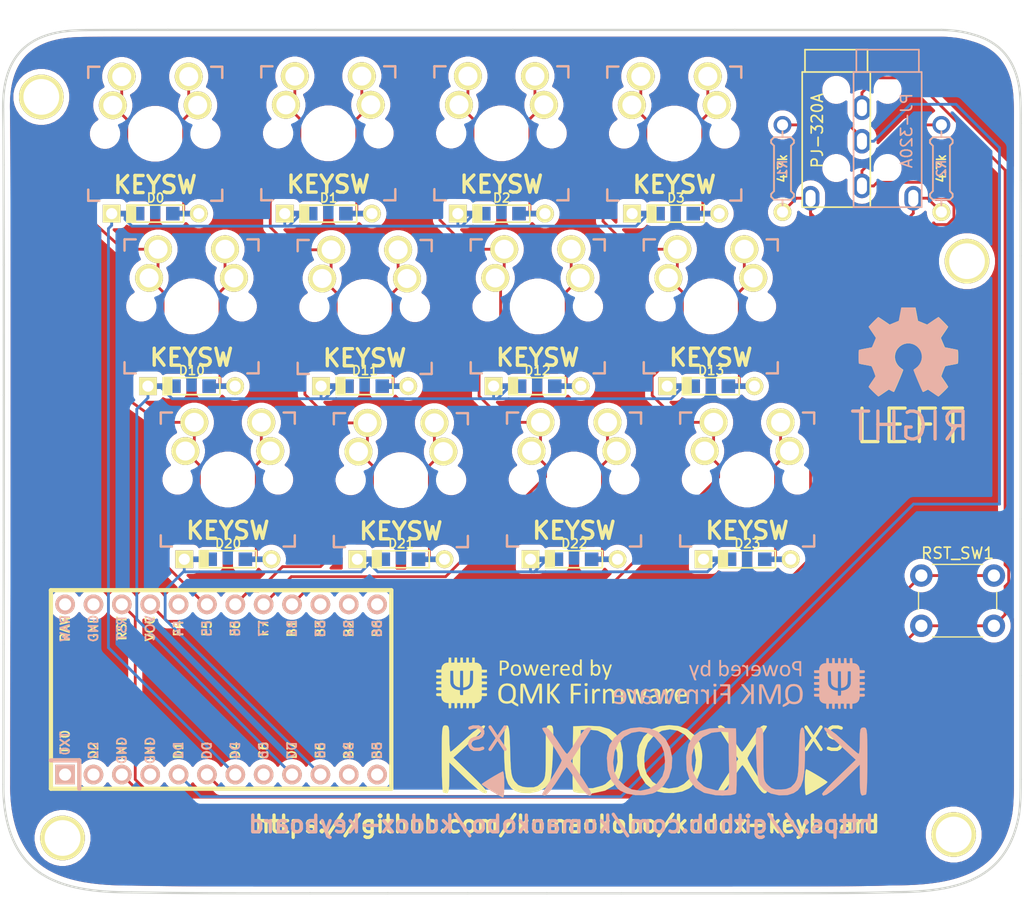
<source format=kicad_pcb>
(kicad_pcb (version 20171130) (host pcbnew "(5.1.2-1)-1")
  (title_block (title "New keyboard PCB") (date 2019-08-31) (rev 1.0) (comment 1 "designed by x1 and inken") (comment 2 https://github.com/kumaokobo/kudox-keyboard))
  (layers (0 F.Cu signal) (31 B.Cu signal) (34 B.Paste user) (35 F.Paste user) (36 B.SilkS user) (37 F.SilkS user) (38 B.Mask user) (39 F.Mask user) (44 Edge.Cuts user))
  (net 0 "")
  (net 1 "Net-(D0-Pad2)")
  (net 2 row0)
  (net 3 "Net-(D1-Pad2)")
  (net 4 "Net-(D2-Pad2)")
  (net 5 "Net-(D3-Pad2)")
  (net 6 "Net-(D10-Pad2)")
  (net 7 row1)
  (net 8 "Net-(D11-Pad2)")
  (net 9 "Net-(D12-Pad2)")
  (net 10 "Net-(D13-Pad2)")
  (net 11 "Net-(D20-Pad2)")
  (net 12 row2)
  (net 13 "Net-(D21-Pad2)")
  (net 14 "Net-(D22-Pad2)")
  (net 15 "Net-(D23-Pad2)")
  (net 16 row3)
  (net 17 row4)
  (net 18 col0)
  (net 19 col1)
  (net 20 col2)
  (net 21 col3)
  (net 22 col4)
  (net 23 col5)
  (net 24 col6)
  (net 25 VCC)
  (net 26 SDA)
  (net 27 SCL)
  (net 28 rgb_data)
  (net 29 GND)
  (net 30 RST)
  (net 31 "Net-(U1-Pad2)")
  (net 32 "Net-(U1-Pad8)")
  (net 33 "Net-(U1-Pad20)")
  (net 34 "Net-(U1-Pad24)")
  (module kudox_xs_footprints:Kailh_mid_height (layer F.Cu) (at 110.9 59.96)
    (fp_text reference K1 hide)
    (fp_text value KEYSW (at 0 4.572) (layer F.SilkS) (effects (font (size 1.524 1.524) (thickness 0.3048))))
    (pad 2 thru_hole circle (at 3.8 -2.55) (size 2.5 2.5) (drill 1.7) (layers *.Cu *.Mask F.SilkS) (net 3 "Net-(D1-Pad2)"))
    (pad 1 thru_hole circle (at -3 -5.12) (size 2.5 2.5) (drill 1.7) (layers *.Cu *.Mask F.SilkS) (net 19 col1))
    (pad "" np_thru_hole circle (at -4.5 0) (size 1.7018 1.7018) (drill 1.7018) (layers *.Cu *.Mask))
    (pad "" np_thru_hole circle (at 4.5 0) (size 1.7018 1.7018) (drill 1.7018) (layers *.Cu *.Mask))
    (pad 1 thru_hole circle (at -3.8 -2.55) (size 2.5 2.5) (drill 1.7) (layers *.Cu *.Mask F.SilkS) (net 19 col1))
    (pad "" np_thru_hole circle (at 0 0) (size 3.9878 3.9878) (drill 3.9878) (layers *.Cu *.Mask))
    (pad 2 thru_hole circle (at 3 -5.12) (size 2.5 2.5) (drill 1.7) (layers *.Cu *.Mask F.SilkS) (net 3 "Net-(D1-Pad2)"))
  )
  (module kudox_xs_footprints:Kailh_mid_height (layer F.Cu) (at 95.4 60)
    (fp_text reference K0 hide)
    (fp_text value KEYSW (at 0 4.572) (layer F.SilkS) (effects (font (size 1.524 1.524) (thickness 0.3048))))
    (pad 2 thru_hole circle (at 3.8 -2.55) (size 2.5 2.5) (drill 1.7) (layers *.Cu *.Mask F.SilkS) (net 1 "Net-(D0-Pad2)"))
    (pad 1 thru_hole circle (at -3 -5.12) (size 2.5 2.5) (drill 1.7) (layers *.Cu *.Mask F.SilkS) (net 18 col0))
    (pad "" np_thru_hole circle (at -4.5 0) (size 1.7018 1.7018) (drill 1.7018) (layers *.Cu *.Mask))
    (pad "" np_thru_hole circle (at 4.5 0) (size 1.7018 1.7018) (drill 1.7018) (layers *.Cu *.Mask))
    (pad 1 thru_hole circle (at -3.8 -2.55) (size 2.5 2.5) (drill 1.7) (layers *.Cu *.Mask F.SilkS) (net 18 col0))
    (pad "" np_thru_hole circle (at 0 0) (size 3.9878 3.9878) (drill 3.9878) (layers *.Cu *.Mask))
    (pad 2 thru_hole circle (at 3 -5.12) (size 2.5 2.5) (drill 1.7) (layers *.Cu *.Mask F.SilkS) (net 1 "Net-(D0-Pad2)"))
  )
  (module kudox_xs_footprints:Kailh_mid_height (layer F.Cu) (at 126.4 59.96)
    (fp_text reference K2 hide)
    (fp_text value KEYSW (at 0 4.572) (layer F.SilkS) (effects (font (size 1.524 1.524) (thickness 0.3048))))
    (pad 2 thru_hole circle (at 3.8 -2.55) (size 2.5 2.5) (drill 1.7) (layers *.Cu *.Mask F.SilkS) (net 4 "Net-(D2-Pad2)"))
    (pad 1 thru_hole circle (at -3 -5.12) (size 2.5 2.5) (drill 1.7) (layers *.Cu *.Mask F.SilkS) (net 20 col2))
    (pad "" np_thru_hole circle (at -4.5 0) (size 1.7018 1.7018) (drill 1.7018) (layers *.Cu *.Mask))
    (pad "" np_thru_hole circle (at 4.5 0) (size 1.7018 1.7018) (drill 1.7018) (layers *.Cu *.Mask))
    (pad 1 thru_hole circle (at -3.8 -2.55) (size 2.5 2.5) (drill 1.7) (layers *.Cu *.Mask F.SilkS) (net 20 col2))
    (pad "" np_thru_hole circle (at 0 0) (size 3.9878 3.9878) (drill 3.9878) (layers *.Cu *.Mask))
    (pad 2 thru_hole circle (at 3 -5.12) (size 2.5 2.5) (drill 1.7) (layers *.Cu *.Mask F.SilkS) (net 4 "Net-(D2-Pad2)"))
  )
  (module kudox_xs_footprints:Kailh_mid_height (layer F.Cu) (at 141.88 59.98)
    (fp_text reference K3 hide)
    (fp_text value KEYSW (at 0 4.572) (layer F.SilkS) (effects (font (size 1.524 1.524) (thickness 0.3048))))
    (pad 2 thru_hole circle (at 3.8 -2.55) (size 2.5 2.5) (drill 1.7) (layers *.Cu *.Mask F.SilkS) (net 5 "Net-(D3-Pad2)"))
    (pad 1 thru_hole circle (at -3 -5.12) (size 2.5 2.5) (drill 1.7) (layers *.Cu *.Mask F.SilkS) (net 21 col3))
    (pad "" np_thru_hole circle (at -4.5 0) (size 1.7018 1.7018) (drill 1.7018) (layers *.Cu *.Mask))
    (pad "" np_thru_hole circle (at 4.5 0) (size 1.7018 1.7018) (drill 1.7018) (layers *.Cu *.Mask))
    (pad 1 thru_hole circle (at -3.8 -2.55) (size 2.5 2.5) (drill 1.7) (layers *.Cu *.Mask F.SilkS) (net 21 col3))
    (pad "" np_thru_hole circle (at 0 0) (size 3.9878 3.9878) (drill 3.9878) (layers *.Cu *.Mask))
    (pad 2 thru_hole circle (at 3 -5.12) (size 2.5 2.5) (drill 1.7) (layers *.Cu *.Mask F.SilkS) (net 5 "Net-(D3-Pad2)"))
  )
  (module kudox_xs_footprints:Kailh_mid_height (layer F.Cu) (at 114.15 75.51)
    (fp_text reference K11 hide)
    (fp_text value KEYSW (at 0 4.572) (layer F.SilkS) (effects (font (size 1.524 1.524) (thickness 0.3048))))
    (pad 2 thru_hole circle (at 3.8 -2.55) (size 2.5 2.5) (drill 1.7) (layers *.Cu *.Mask F.SilkS) (net 8 "Net-(D11-Pad2)"))
    (pad 1 thru_hole circle (at -3 -5.12) (size 2.5 2.5) (drill 1.7) (layers *.Cu *.Mask F.SilkS) (net 19 col1))
    (pad "" np_thru_hole circle (at -4.5 0) (size 1.7018 1.7018) (drill 1.7018) (layers *.Cu *.Mask))
    (pad "" np_thru_hole circle (at 4.5 0) (size 1.7018 1.7018) (drill 1.7018) (layers *.Cu *.Mask))
    (pad 1 thru_hole circle (at -3.8 -2.55) (size 2.5 2.5) (drill 1.7) (layers *.Cu *.Mask F.SilkS) (net 19 col1))
    (pad "" np_thru_hole circle (at 0 0) (size 3.9878 3.9878) (drill 3.9878) (layers *.Cu *.Mask))
    (pad 2 thru_hole circle (at 3 -5.12) (size 2.5 2.5) (drill 1.7) (layers *.Cu *.Mask F.SilkS) (net 8 "Net-(D11-Pad2)"))
  )
  (module kudox_xs_footprints:Kailh_mid_height (layer F.Cu) (at 145.15 75.46)
    (fp_text reference K13 hide)
    (fp_text value KEYSW (at 0 4.572) (layer F.SilkS) (effects (font (size 1.524 1.524) (thickness 0.3048))))
    (pad 2 thru_hole circle (at 3.8 -2.55) (size 2.5 2.5) (drill 1.7) (layers *.Cu *.Mask F.SilkS) (net 10 "Net-(D13-Pad2)"))
    (pad 1 thru_hole circle (at -3 -5.12) (size 2.5 2.5) (drill 1.7) (layers *.Cu *.Mask F.SilkS) (net 21 col3))
    (pad "" np_thru_hole circle (at -4.5 0) (size 1.7018 1.7018) (drill 1.7018) (layers *.Cu *.Mask))
    (pad "" np_thru_hole circle (at 4.5 0) (size 1.7018 1.7018) (drill 1.7018) (layers *.Cu *.Mask))
    (pad 1 thru_hole circle (at -3.8 -2.55) (size 2.5 2.5) (drill 1.7) (layers *.Cu *.Mask F.SilkS) (net 21 col3))
    (pad "" np_thru_hole circle (at 0 0) (size 3.9878 3.9878) (drill 3.9878) (layers *.Cu *.Mask))
    (pad 2 thru_hole circle (at 3 -5.12) (size 2.5 2.5) (drill 1.7) (layers *.Cu *.Mask F.SilkS) (net 10 "Net-(D13-Pad2)"))
  )
  (module kudox_xs_footprints:Kailh_mid_height (layer F.Cu) (at 117.4 91.01)
    (fp_text reference K21 hide)
    (fp_text value KEYSW (at 0 4.572) (layer F.SilkS) (effects (font (size 1.524 1.524) (thickness 0.3048))))
    (pad 2 thru_hole circle (at 3.8 -2.55) (size 2.5 2.5) (drill 1.7) (layers *.Cu *.Mask F.SilkS) (net 13 "Net-(D21-Pad2)"))
    (pad 1 thru_hole circle (at -3 -5.12) (size 2.5 2.5) (drill 1.7) (layers *.Cu *.Mask F.SilkS) (net 19 col1))
    (pad "" np_thru_hole circle (at -4.5 0) (size 1.7018 1.7018) (drill 1.7018) (layers *.Cu *.Mask))
    (pad "" np_thru_hole circle (at 4.5 0) (size 1.7018 1.7018) (drill 1.7018) (layers *.Cu *.Mask))
    (pad 1 thru_hole circle (at -3.8 -2.55) (size 2.5 2.5) (drill 1.7) (layers *.Cu *.Mask F.SilkS) (net 19 col1))
    (pad "" np_thru_hole circle (at 0 0) (size 3.9878 3.9878) (drill 3.9878) (layers *.Cu *.Mask))
    (pad 2 thru_hole circle (at 3 -5.12) (size 2.5 2.5) (drill 1.7) (layers *.Cu *.Mask F.SilkS) (net 13 "Net-(D21-Pad2)"))
  )
  (module kudox_xs_footprints:Kailh_mid_height (layer F.Cu) (at 132.9 90.96)
    (fp_text reference K22 hide)
    (fp_text value KEYSW (at 0 4.572) (layer F.SilkS) (effects (font (size 1.524 1.524) (thickness 0.3048))))
    (pad 2 thru_hole circle (at 3.8 -2.55) (size 2.5 2.5) (drill 1.7) (layers *.Cu *.Mask F.SilkS) (net 14 "Net-(D22-Pad2)"))
    (pad 1 thru_hole circle (at -3 -5.12) (size 2.5 2.5) (drill 1.7) (layers *.Cu *.Mask F.SilkS) (net 20 col2))
    (pad "" np_thru_hole circle (at -4.5 0) (size 1.7018 1.7018) (drill 1.7018) (layers *.Cu *.Mask))
    (pad "" np_thru_hole circle (at 4.5 0) (size 1.7018 1.7018) (drill 1.7018) (layers *.Cu *.Mask))
    (pad 1 thru_hole circle (at -3.8 -2.55) (size 2.5 2.5) (drill 1.7) (layers *.Cu *.Mask F.SilkS) (net 20 col2))
    (pad "" np_thru_hole circle (at 0 0) (size 3.9878 3.9878) (drill 3.9878) (layers *.Cu *.Mask))
    (pad 2 thru_hole circle (at 3 -5.12) (size 2.5 2.5) (drill 1.7) (layers *.Cu *.Mask F.SilkS) (net 14 "Net-(D22-Pad2)"))
  )
  (module kudox_xs_footprints:Kailh_mid_height (layer F.Cu) (at 148.4 90.96)
    (fp_text reference K23 hide)
    (fp_text value KEYSW (at 0 4.572) (layer F.SilkS) (effects (font (size 1.524 1.524) (thickness 0.3048))))
    (pad 2 thru_hole circle (at 3.8 -2.55) (size 2.5 2.5) (drill 1.7) (layers *.Cu *.Mask F.SilkS) (net 15 "Net-(D23-Pad2)"))
    (pad 1 thru_hole circle (at -3 -5.12) (size 2.5 2.5) (drill 1.7) (layers *.Cu *.Mask F.SilkS) (net 21 col3))
    (pad "" np_thru_hole circle (at -4.5 0) (size 1.7018 1.7018) (drill 1.7018) (layers *.Cu *.Mask))
    (pad "" np_thru_hole circle (at 4.5 0) (size 1.7018 1.7018) (drill 1.7018) (layers *.Cu *.Mask))
    (pad 1 thru_hole circle (at -3.8 -2.55) (size 2.5 2.5) (drill 1.7) (layers *.Cu *.Mask F.SilkS) (net 21 col3))
    (pad "" np_thru_hole circle (at 0 0) (size 3.9878 3.9878) (drill 3.9878) (layers *.Cu *.Mask))
    (pad 2 thru_hole circle (at 3 -5.12) (size 2.5 2.5) (drill 1.7) (layers *.Cu *.Mask F.SilkS) (net 15 "Net-(D23-Pad2)"))
  )
  (module kudox_xs_footprints:Kailh_mid_height (layer F.Cu) (at 98.65 75.46)
    (fp_text reference K10 hide)
    (fp_text value KEYSW (at 0 4.572) (layer F.SilkS) (effects (font (size 1.524 1.524) (thickness 0.3048))))
    (pad 2 thru_hole circle (at 3.8 -2.55) (size 2.5 2.5) (drill 1.7) (layers *.Cu *.Mask F.SilkS) (net 6 "Net-(D10-Pad2)"))
    (pad 1 thru_hole circle (at -3 -5.12) (size 2.5 2.5) (drill 1.7) (layers *.Cu *.Mask F.SilkS) (net 18 col0))
    (pad "" np_thru_hole circle (at -4.5 0) (size 1.7018 1.7018) (drill 1.7018) (layers *.Cu *.Mask))
    (pad "" np_thru_hole circle (at 4.5 0) (size 1.7018 1.7018) (drill 1.7018) (layers *.Cu *.Mask))
    (pad 1 thru_hole circle (at -3.8 -2.55) (size 2.5 2.5) (drill 1.7) (layers *.Cu *.Mask F.SilkS) (net 18 col0))
    (pad "" np_thru_hole circle (at 0 0) (size 3.9878 3.9878) (drill 3.9878) (layers *.Cu *.Mask))
    (pad 2 thru_hole circle (at 3 -5.12) (size 2.5 2.5) (drill 1.7) (layers *.Cu *.Mask F.SilkS) (net 6 "Net-(D10-Pad2)"))
  )
  (module kudox_xs_footprints:Kailh_mid_height (layer F.Cu) (at 101.9 90.96)
    (fp_text reference K20 hide)
    (fp_text value KEYSW (at 0 4.572) (layer F.SilkS) (effects (font (size 1.524 1.524) (thickness 0.3048))))
    (pad 2 thru_hole circle (at 3.8 -2.55) (size 2.5 2.5) (drill 1.7) (layers *.Cu *.Mask F.SilkS) (net 11 "Net-(D20-Pad2)"))
    (pad 1 thru_hole circle (at -3 -5.12) (size 2.5 2.5) (drill 1.7) (layers *.Cu *.Mask F.SilkS) (net 18 col0))
    (pad "" np_thru_hole circle (at -4.5 0) (size 1.7018 1.7018) (drill 1.7018) (layers *.Cu *.Mask))
    (pad "" np_thru_hole circle (at 4.5 0) (size 1.7018 1.7018) (drill 1.7018) (layers *.Cu *.Mask))
    (pad 1 thru_hole circle (at -3.8 -2.55) (size 2.5 2.5) (drill 1.7) (layers *.Cu *.Mask F.SilkS) (net 18 col0))
    (pad "" np_thru_hole circle (at 0 0) (size 3.9878 3.9878) (drill 3.9878) (layers *.Cu *.Mask))
    (pad 2 thru_hole circle (at 3 -5.12) (size 2.5 2.5) (drill 1.7) (layers *.Cu *.Mask F.SilkS) (net 11 "Net-(D20-Pad2)"))
  )
  (module kudox_xs_footprints:Kailh_mid_height (layer F.Cu) (at 129.65 75.46)
    (fp_text reference K12 hide)
    (fp_text value KEYSW (at 0 4.572) (layer F.SilkS) (effects (font (size 1.524 1.524) (thickness 0.3048))))
    (pad 2 thru_hole circle (at 3.8 -2.55) (size 2.5 2.5) (drill 1.7) (layers *.Cu *.Mask F.SilkS) (net 9 "Net-(D12-Pad2)"))
    (pad 1 thru_hole circle (at -3 -5.12) (size 2.5 2.5) (drill 1.7) (layers *.Cu *.Mask F.SilkS) (net 20 col2))
    (pad "" np_thru_hole circle (at -4.5 0) (size 1.7018 1.7018) (drill 1.7018) (layers *.Cu *.Mask))
    (pad "" np_thru_hole circle (at 4.5 0) (size 1.7018 1.7018) (drill 1.7018) (layers *.Cu *.Mask))
    (pad 1 thru_hole circle (at -3.8 -2.55) (size 2.5 2.5) (drill 1.7) (layers *.Cu *.Mask F.SilkS) (net 20 col2))
    (pad "" np_thru_hole circle (at 0 0) (size 3.9878 3.9878) (drill 3.9878) (layers *.Cu *.Mask))
    (pad 2 thru_hole circle (at 3 -5.12) (size 2.5 2.5) (drill 1.7) (layers *.Cu *.Mask F.SilkS) (net 9 "Net-(D12-Pad2)"))
  )
  (module keyboard_parts:HOLE_M3 (layer F.Cu) (at 166.9 122.75)
    (fp_text reference HOLE_M3 hide)
    (fp_text value VAL** hide)
    (pad 1 thru_hole circle (at 0 0) (size 4 4) (drill 3.2) (layers *.Cu *.Mask F.SilkS))
  )
  (module keyboard_parts:HOLE_M3 (layer F.Cu) (at 168.09 71.41)
    (fp_text reference HOLE_M3 hide)
    (fp_text value VAL** hide)
    (pad 1 thru_hole circle (at 0 0) (size 4 4) (drill 3.2) (layers *.Cu *.Mask F.SilkS))
  )
  (module Symbols:OSHW-Symbol_8.9x8mm_SilkScreen (layer B.Cu) (at 162.84 79.555 180)
    (fp_text reference REF*** hide)
    (fp_text value OSHW-Logo2_14.6x12mm_SilkScreen hide)
  )
  (module kudox_xs_footprints:kudox-logo (layer B.Cu) (at 141.9 116.21 180)
    (fp_text reference G*** hide)
    (fp_text value LOGO hide)
  )
  (module kudox_xs_footprints:kudox-logo (layer F.Cu) (at 138.328678 116.018271)
    (fp_text reference G*** hide)
    (fp_text value LOGO hide)
  )
  (module Keebio-Parts:Diode-dual (layer F.Cu) (at 95.4 67.15 180)
    (fp_text reference D0 (at -0.0254 1.4 180) (layer F.SilkS) (effects (font (size 0.8 0.8))))
    (fp_text value D hide)
    (pad 2 smd rect (at -2.7 0 180) (size 2.5 0.5) (layers B.Cu) (net 1 "Net-(D0-Pad2)"))
    (pad 2 smd rect (at -1.575 0 180) (size 1.2 1.2) (layers B.Cu B.Paste B.Mask) (net 1 "Net-(D0-Pad2)"))
    (pad 1 smd rect (at 1.575 0 180) (size 1.2 1.2) (layers B.Cu B.Paste B.Mask) (net 2 row0))
    (pad 1 smd rect (at 2.7 0 180) (size 2.5 0.5) (layers B.Cu) (net 2 row0))
    (pad 1 smd rect (at 1.575 0 180) (size 1.2 1.2) (layers F.Cu F.Paste F.Mask) (net 2 row0))
    (pad 2 smd rect (at -1.575 0 180) (size 1.2 1.2) (layers F.Cu F.Paste F.Mask) (net 1 "Net-(D0-Pad2)"))
    (pad 2 thru_hole circle (at -3.9 0 180) (size 1.6 1.6) (drill 1) (layers *.Cu *.Mask F.SilkS) (net 1 "Net-(D0-Pad2)"))
    (pad 1 thru_hole rect (at 3.9 0 180) (size 1.6 1.6) (drill 1) (layers *.Cu *.Mask F.SilkS) (net 2 row0))
    (pad 2 smd rect (at -2.7 0 180) (size 2.5 0.5) (layers F.Cu) (net 1 "Net-(D0-Pad2)"))
    (pad 1 smd rect (at 2.7 0 180) (size 2.5 0.5) (layers F.Cu) (net 2 row0))
  )
  (module Keebio-Parts:Diode-dual (layer F.Cu) (at 110.9 67.15 180)
    (fp_text reference D1 (at -0.0254 1.4 180) (layer F.SilkS) (effects (font (size 0.8 0.8))))
    (fp_text value D hide)
    (pad 2 smd rect (at -2.7 0 180) (size 2.5 0.5) (layers B.Cu) (net 3 "Net-(D1-Pad2)"))
    (pad 2 smd rect (at -1.575 0 180) (size 1.2 1.2) (layers B.Cu B.Paste B.Mask) (net 3 "Net-(D1-Pad2)"))
    (pad 1 smd rect (at 1.575 0 180) (size 1.2 1.2) (layers B.Cu B.Paste B.Mask) (net 2 row0))
    (pad 1 smd rect (at 2.7 0 180) (size 2.5 0.5) (layers B.Cu) (net 2 row0))
    (pad 1 smd rect (at 1.575 0 180) (size 1.2 1.2) (layers F.Cu F.Paste F.Mask) (net 2 row0))
    (pad 2 smd rect (at -1.575 0 180) (size 1.2 1.2) (layers F.Cu F.Paste F.Mask) (net 3 "Net-(D1-Pad2)"))
    (pad 2 thru_hole circle (at -3.9 0 180) (size 1.6 1.6) (drill 1) (layers *.Cu *.Mask F.SilkS) (net 3 "Net-(D1-Pad2)"))
    (pad 1 thru_hole rect (at 3.9 0 180) (size 1.6 1.6) (drill 1) (layers *.Cu *.Mask F.SilkS) (net 2 row0))
    (pad 2 smd rect (at -2.7 0 180) (size 2.5 0.5) (layers F.Cu) (net 3 "Net-(D1-Pad2)"))
    (pad 1 smd rect (at 2.7 0 180) (size 2.5 0.5) (layers F.Cu) (net 2 row0))
  )
  (module Keebio-Parts:Diode-dual (layer F.Cu) (at 126.4 67.15 180)
    (fp_text reference D2 (at -0.0254 1.4 180) (layer F.SilkS) (effects (font (size 0.8 0.8))))
    (fp_text value D hide)
    (pad 2 smd rect (at -2.7 0 180) (size 2.5 0.5) (layers B.Cu) (net 4 "Net-(D2-Pad2)"))
    (pad 2 smd rect (at -1.575 0 180) (size 1.2 1.2) (layers B.Cu B.Paste B.Mask) (net 4 "Net-(D2-Pad2)"))
    (pad 1 smd rect (at 1.575 0 180) (size 1.2 1.2) (layers B.Cu B.Paste B.Mask) (net 2 row0))
    (pad 1 smd rect (at 2.7 0 180) (size 2.5 0.5) (layers B.Cu) (net 2 row0))
    (pad 1 smd rect (at 1.575 0 180) (size 1.2 1.2) (layers F.Cu F.Paste F.Mask) (net 2 row0))
    (pad 2 smd rect (at -1.575 0 180) (size 1.2 1.2) (layers F.Cu F.Paste F.Mask) (net 4 "Net-(D2-Pad2)"))
    (pad 2 thru_hole circle (at -3.9 0 180) (size 1.6 1.6) (drill 1) (layers *.Cu *.Mask F.SilkS) (net 4 "Net-(D2-Pad2)"))
    (pad 1 thru_hole rect (at 3.9 0 180) (size 1.6 1.6) (drill 1) (layers *.Cu *.Mask F.SilkS) (net 2 row0))
    (pad 2 smd rect (at -2.7 0 180) (size 2.5 0.5) (layers F.Cu) (net 4 "Net-(D2-Pad2)"))
    (pad 1 smd rect (at 2.7 0 180) (size 2.5 0.5) (layers F.Cu) (net 2 row0))
  )
  (module Keebio-Parts:Diode-dual (layer F.Cu) (at 142 67.15 180)
    (fp_text reference D3 (at -0.0254 1.4 180) (layer F.SilkS) (effects (font (size 0.8 0.8))))
    (fp_text value D hide)
    (pad 2 smd rect (at -2.7 0 180) (size 2.5 0.5) (layers B.Cu) (net 5 "Net-(D3-Pad2)"))
    (pad 2 smd rect (at -1.575 0 180) (size 1.2 1.2) (layers B.Cu B.Paste B.Mask) (net 5 "Net-(D3-Pad2)"))
    (pad 1 smd rect (at 1.575 0 180) (size 1.2 1.2) (layers B.Cu B.Paste B.Mask) (net 2 row0))
    (pad 1 smd rect (at 2.7 0 180) (size 2.5 0.5) (layers B.Cu) (net 2 row0))
    (pad 1 smd rect (at 1.575 0 180) (size 1.2 1.2) (layers F.Cu F.Paste F.Mask) (net 2 row0))
    (pad 2 smd rect (at -1.575 0 180) (size 1.2 1.2) (layers F.Cu F.Paste F.Mask) (net 5 "Net-(D3-Pad2)"))
    (pad 2 thru_hole circle (at -3.9 0 180) (size 1.6 1.6) (drill 1) (layers *.Cu *.Mask F.SilkS) (net 5 "Net-(D3-Pad2)"))
    (pad 1 thru_hole rect (at 3.9 0 180) (size 1.6 1.6) (drill 1) (layers *.Cu *.Mask F.SilkS) (net 2 row0))
    (pad 2 smd rect (at -2.7 0 180) (size 2.5 0.5) (layers F.Cu) (net 5 "Net-(D3-Pad2)"))
    (pad 1 smd rect (at 2.7 0 180) (size 2.5 0.5) (layers F.Cu) (net 2 row0))
  )
  (module Keebio-Parts:Diode-dual (layer F.Cu) (at 98.65 82.6 180)
    (fp_text reference D10 (at -0.0254 1.4 180) (layer F.SilkS) (effects (font (size 0.8 0.8))))
    (fp_text value D hide)
    (pad 2 smd rect (at -2.7 0 180) (size 2.5 0.5) (layers B.Cu) (net 6 "Net-(D10-Pad2)"))
    (pad 2 smd rect (at -1.575 0 180) (size 1.2 1.2) (layers B.Cu B.Paste B.Mask) (net 6 "Net-(D10-Pad2)"))
    (pad 1 smd rect (at 1.575 0 180) (size 1.2 1.2) (layers B.Cu B.Paste B.Mask) (net 7 row1))
    (pad 1 smd rect (at 2.7 0 180) (size 2.5 0.5) (layers B.Cu) (net 7 row1))
    (pad 1 smd rect (at 1.575 0 180) (size 1.2 1.2) (layers F.Cu F.Paste F.Mask) (net 7 row1))
    (pad 2 smd rect (at -1.575 0 180) (size 1.2 1.2) (layers F.Cu F.Paste F.Mask) (net 6 "Net-(D10-Pad2)"))
    (pad 2 thru_hole circle (at -3.9 0 180) (size 1.6 1.6) (drill 1) (layers *.Cu *.Mask F.SilkS) (net 6 "Net-(D10-Pad2)"))
    (pad 1 thru_hole rect (at 3.9 0 180) (size 1.6 1.6) (drill 1) (layers *.Cu *.Mask F.SilkS) (net 7 row1))
    (pad 2 smd rect (at -2.7 0 180) (size 2.5 0.5) (layers F.Cu) (net 6 "Net-(D10-Pad2)"))
    (pad 1 smd rect (at 2.7 0 180) (size 2.5 0.5) (layers F.Cu) (net 7 row1))
  )
  (module Keebio-Parts:Diode-dual (layer F.Cu) (at 114.15 82.6 180)
    (fp_text reference D11 (at -0.0254 1.4 180) (layer F.SilkS) (effects (font (size 0.8 0.8))))
    (fp_text value D hide)
    (pad 2 smd rect (at -2.7 0 180) (size 2.5 0.5) (layers B.Cu) (net 8 "Net-(D11-Pad2)"))
    (pad 2 smd rect (at -1.575 0 180) (size 1.2 1.2) (layers B.Cu B.Paste B.Mask) (net 8 "Net-(D11-Pad2)"))
    (pad 1 smd rect (at 1.575 0 180) (size 1.2 1.2) (layers B.Cu B.Paste B.Mask) (net 7 row1))
    (pad 1 smd rect (at 2.7 0 180) (size 2.5 0.5) (layers B.Cu) (net 7 row1))
    (pad 1 smd rect (at 1.575 0 180) (size 1.2 1.2) (layers F.Cu F.Paste F.Mask) (net 7 row1))
    (pad 2 smd rect (at -1.575 0 180) (size 1.2 1.2) (layers F.Cu F.Paste F.Mask) (net 8 "Net-(D11-Pad2)"))
    (pad 2 thru_hole circle (at -3.9 0 180) (size 1.6 1.6) (drill 1) (layers *.Cu *.Mask F.SilkS) (net 8 "Net-(D11-Pad2)"))
    (pad 1 thru_hole rect (at 3.9 0 180) (size 1.6 1.6) (drill 1) (layers *.Cu *.Mask F.SilkS) (net 7 row1))
    (pad 2 smd rect (at -2.7 0 180) (size 2.5 0.5) (layers F.Cu) (net 8 "Net-(D11-Pad2)"))
    (pad 1 smd rect (at 2.7 0 180) (size 2.5 0.5) (layers F.Cu) (net 7 row1))
  )
  (module Keebio-Parts:Diode-dual (layer F.Cu) (at 129.6 82.6 180)
    (fp_text reference D12 (at -0.0254 1.4 180) (layer F.SilkS) (effects (font (size 0.8 0.8))))
    (fp_text value D hide)
    (pad 2 smd rect (at -2.7 0 180) (size 2.5 0.5) (layers B.Cu) (net 9 "Net-(D12-Pad2)"))
    (pad 2 smd rect (at -1.575 0 180) (size 1.2 1.2) (layers B.Cu B.Paste B.Mask) (net 9 "Net-(D12-Pad2)"))
    (pad 1 smd rect (at 1.575 0 180) (size 1.2 1.2) (layers B.Cu B.Paste B.Mask) (net 7 row1))
    (pad 1 smd rect (at 2.7 0 180) (size 2.5 0.5) (layers B.Cu) (net 7 row1))
    (pad 1 smd rect (at 1.575 0 180) (size 1.2 1.2) (layers F.Cu F.Paste F.Mask) (net 7 row1))
    (pad 2 smd rect (at -1.575 0 180) (size 1.2 1.2) (layers F.Cu F.Paste F.Mask) (net 9 "Net-(D12-Pad2)"))
    (pad 2 thru_hole circle (at -3.9 0 180) (size 1.6 1.6) (drill 1) (layers *.Cu *.Mask F.SilkS) (net 9 "Net-(D12-Pad2)"))
    (pad 1 thru_hole rect (at 3.9 0 180) (size 1.6 1.6) (drill 1) (layers *.Cu *.Mask F.SilkS) (net 7 row1))
    (pad 2 smd rect (at -2.7 0 180) (size 2.5 0.5) (layers F.Cu) (net 9 "Net-(D12-Pad2)"))
    (pad 1 smd rect (at 2.7 0 180) (size 2.5 0.5) (layers F.Cu) (net 7 row1))
  )
  (module Keebio-Parts:Diode-dual (layer F.Cu) (at 145.15 82.6 180)
    (fp_text reference D13 (at -0.0254 1.4 180) (layer F.SilkS) (effects (font (size 0.8 0.8))))
    (fp_text value D hide)
    (pad 2 smd rect (at -2.7 0 180) (size 2.5 0.5) (layers B.Cu) (net 10 "Net-(D13-Pad2)"))
    (pad 2 smd rect (at -1.575 0 180) (size 1.2 1.2) (layers B.Cu B.Paste B.Mask) (net 10 "Net-(D13-Pad2)"))
    (pad 1 smd rect (at 1.575 0 180) (size 1.2 1.2) (layers B.Cu B.Paste B.Mask) (net 7 row1))
    (pad 1 smd rect (at 2.7 0 180) (size 2.5 0.5) (layers B.Cu) (net 7 row1))
    (pad 1 smd rect (at 1.575 0 180) (size 1.2 1.2) (layers F.Cu F.Paste F.Mask) (net 7 row1))
    (pad 2 smd rect (at -1.575 0 180) (size 1.2 1.2) (layers F.Cu F.Paste F.Mask) (net 10 "Net-(D13-Pad2)"))
    (pad 2 thru_hole circle (at -3.9 0 180) (size 1.6 1.6) (drill 1) (layers *.Cu *.Mask F.SilkS) (net 10 "Net-(D13-Pad2)"))
    (pad 1 thru_hole rect (at 3.9 0 180) (size 1.6 1.6) (drill 1) (layers *.Cu *.Mask F.SilkS) (net 7 row1))
    (pad 2 smd rect (at -2.7 0 180) (size 2.5 0.5) (layers F.Cu) (net 10 "Net-(D13-Pad2)"))
    (pad 1 smd rect (at 2.7 0 180) (size 2.5 0.5) (layers F.Cu) (net 7 row1))
  )
  (module Keebio-Parts:Diode-dual (layer F.Cu) (at 101.9 98.1 180)
    (fp_text reference D20 (at -0.0254 1.4 180) (layer F.SilkS) (effects (font (size 0.8 0.8))))
    (fp_text value D hide)
    (pad 2 smd rect (at -2.7 0 180) (size 2.5 0.5) (layers B.Cu) (net 11 "Net-(D20-Pad2)"))
    (pad 2 smd rect (at -1.575 0 180) (size 1.2 1.2) (layers B.Cu B.Paste B.Mask) (net 11 "Net-(D20-Pad2)"))
    (pad 1 smd rect (at 1.575 0 180) (size 1.2 1.2) (layers B.Cu B.Paste B.Mask) (net 12 row2))
    (pad 1 smd rect (at 2.7 0 180) (size 2.5 0.5) (layers B.Cu) (net 12 row2))
    (pad 1 smd rect (at 1.575 0 180) (size 1.2 1.2) (layers F.Cu F.Paste F.Mask) (net 12 row2))
    (pad 2 smd rect (at -1.575 0 180) (size 1.2 1.2) (layers F.Cu F.Paste F.Mask) (net 11 "Net-(D20-Pad2)"))
    (pad 2 thru_hole circle (at -3.9 0 180) (size 1.6 1.6) (drill 1) (layers *.Cu *.Mask F.SilkS) (net 11 "Net-(D20-Pad2)"))
    (pad 1 thru_hole rect (at 3.9 0 180) (size 1.6 1.6) (drill 1) (layers *.Cu *.Mask F.SilkS) (net 12 row2))
    (pad 2 smd rect (at -2.7 0 180) (size 2.5 0.5) (layers F.Cu) (net 11 "Net-(D20-Pad2)"))
    (pad 1 smd rect (at 2.7 0 180) (size 2.5 0.5) (layers F.Cu) (net 12 row2))
  )
  (module Keebio-Parts:Diode-dual (layer F.Cu) (at 117.4 98.1 180)
    (fp_text reference D21 (at -0.0254 1.4 180) (layer F.SilkS) (effects (font (size 0.8 0.8))))
    (fp_text value D hide)
    (pad 2 smd rect (at -2.7 0 180) (size 2.5 0.5) (layers B.Cu) (net 13 "Net-(D21-Pad2)"))
    (pad 2 smd rect (at -1.575 0 180) (size 1.2 1.2) (layers B.Cu B.Paste B.Mask) (net 13 "Net-(D21-Pad2)"))
    (pad 1 smd rect (at 1.575 0 180) (size 1.2 1.2) (layers B.Cu B.Paste B.Mask) (net 12 row2))
    (pad 1 smd rect (at 2.7 0 180) (size 2.5 0.5) (layers B.Cu) (net 12 row2))
    (pad 1 smd rect (at 1.575 0 180) (size 1.2 1.2) (layers F.Cu F.Paste F.Mask) (net 12 row2))
    (pad 2 smd rect (at -1.575 0 180) (size 1.2 1.2) (layers F.Cu F.Paste F.Mask) (net 13 "Net-(D21-Pad2)"))
    (pad 2 thru_hole circle (at -3.9 0 180) (size 1.6 1.6) (drill 1) (layers *.Cu *.Mask F.SilkS) (net 13 "Net-(D21-Pad2)"))
    (pad 1 thru_hole rect (at 3.9 0 180) (size 1.6 1.6) (drill 1) (layers *.Cu *.Mask F.SilkS) (net 12 row2))
    (pad 2 smd rect (at -2.7 0 180) (size 2.5 0.5) (layers F.Cu) (net 13 "Net-(D21-Pad2)"))
    (pad 1 smd rect (at 2.7 0 180) (size 2.5 0.5) (layers F.Cu) (net 12 row2))
  )
  (module Keebio-Parts:Diode-dual (layer F.Cu) (at 132.9 98.1 180)
    (fp_text reference D22 (at -0.0254 1.4 180) (layer F.SilkS) (effects (font (size 0.8 0.8))))
    (fp_text value D hide)
    (pad 2 smd rect (at -2.7 0 180) (size 2.5 0.5) (layers B.Cu) (net 14 "Net-(D22-Pad2)"))
    (pad 2 smd rect (at -1.575 0 180) (size 1.2 1.2) (layers B.Cu B.Paste B.Mask) (net 14 "Net-(D22-Pad2)"))
    (pad 1 smd rect (at 1.575 0 180) (size 1.2 1.2) (layers B.Cu B.Paste B.Mask) (net 12 row2))
    (pad 1 smd rect (at 2.7 0 180) (size 2.5 0.5) (layers B.Cu) (net 12 row2))
    (pad 1 smd rect (at 1.575 0 180) (size 1.2 1.2) (layers F.Cu F.Paste F.Mask) (net 12 row2))
    (pad 2 smd rect (at -1.575 0 180) (size 1.2 1.2) (layers F.Cu F.Paste F.Mask) (net 14 "Net-(D22-Pad2)"))
    (pad 2 thru_hole circle (at -3.9 0 180) (size 1.6 1.6) (drill 1) (layers *.Cu *.Mask F.SilkS) (net 14 "Net-(D22-Pad2)"))
    (pad 1 thru_hole rect (at 3.9 0 180) (size 1.6 1.6) (drill 1) (layers *.Cu *.Mask F.SilkS) (net 12 row2))
    (pad 2 smd rect (at -2.7 0 180) (size 2.5 0.5) (layers F.Cu) (net 14 "Net-(D22-Pad2)"))
    (pad 1 smd rect (at 2.7 0 180) (size 2.5 0.5) (layers F.Cu) (net 12 row2))
  )
  (module Keebio-Parts:Diode-dual (layer F.Cu) (at 148.4 98.1 180)
    (fp_text reference D23 (at -0.0254 1.4 180) (layer F.SilkS) (effects (font (size 0.8 0.8))))
    (fp_text value D hide)
    (pad 2 smd rect (at -2.7 0 180) (size 2.5 0.5) (layers B.Cu) (net 15 "Net-(D23-Pad2)"))
    (pad 2 smd rect (at -1.575 0 180) (size 1.2 1.2) (layers B.Cu B.Paste B.Mask) (net 15 "Net-(D23-Pad2)"))
    (pad 1 smd rect (at 1.575 0 180) (size 1.2 1.2) (layers B.Cu B.Paste B.Mask) (net 12 row2))
    (pad 1 smd rect (at 2.7 0 180) (size 2.5 0.5) (layers B.Cu) (net 12 row2))
    (pad 1 smd rect (at 1.575 0 180) (size 1.2 1.2) (layers F.Cu F.Paste F.Mask) (net 12 row2))
    (pad 2 smd rect (at -1.575 0 180) (size 1.2 1.2) (layers F.Cu F.Paste F.Mask) (net 15 "Net-(D23-Pad2)"))
    (pad 2 thru_hole circle (at -3.9 0 180) (size 1.6 1.6) (drill 1) (layers *.Cu *.Mask F.SilkS) (net 15 "Net-(D23-Pad2)"))
    (pad 1 thru_hole rect (at 3.9 0 180) (size 1.6 1.6) (drill 1) (layers *.Cu *.Mask F.SilkS) (net 12 row2))
    (pad 2 smd rect (at -2.7 0 180) (size 2.5 0.5) (layers F.Cu) (net 15 "Net-(D23-Pad2)"))
    (pad 1 smd rect (at 2.7 0 180) (size 2.5 0.5) (layers F.Cu) (net 12 row2))
  )
  (module Keebio-Parts:Resistor-Compact (layer F.Cu) (at 151.57 63.106 90)
    (fp_text reference R1 (at 0 0 90) (layer B.SilkS) (effects (font (size 0.8 0.8)) (justify mirror)))
    (fp_text value 4.7k (at 0 0 90) (layer F.SilkS) (effects (font (size 0.8 0.8))))
    (pad 2 thru_hole circle (at -3.9 0 90) (size 1.6 1.6) (drill 1) (layers *.Cu *.Mask F.SilkS) (net 25 VCC))
    (pad 1 thru_hole circle (at 3.9 0 90) (size 1.6 1.6) (drill 1) (layers *.Cu *.Mask) (net 26 SDA))
  )
  (module Keebio-Parts:Resistor-Compact (layer F.Cu) (at 165.794 63.106 90)
    (fp_text reference R2 (at 0 0 90) (layer B.SilkS) (effects (font (size 0.8 0.8)) (justify mirror)))
    (fp_text value 4.7k (at 0 0 90) (layer F.SilkS) (effects (font (size 0.8 0.8))))
    (pad 2 thru_hole circle (at -3.9 0 90) (size 1.6 1.6) (drill 1) (layers *.Cu *.Mask F.SilkS) (net 25 VCC))
    (pad 1 thru_hole circle (at 3.9 0 90) (size 1.6 1.6) (drill 1) (layers *.Cu *.Mask) (net 27 SCL))
  )
  (module Buttons_Switches_ThroughHole:SW_PUSH_6mm_h4.3mm (layer F.Cu) (at 164 99.56)
    (fp_text reference RST_SW1 (at 3.25 -2) (layer F.SilkS))
    (fp_text value SW_PUSH)
    (pad 2 thru_hole circle (at 0 4.5 90) (size 2 2) (drill 1.1) (layers *.Cu *.Mask) (net 29 GND))
    (pad 1 thru_hole circle (at 0 0 90) (size 2 2) (drill 1.1) (layers *.Cu *.Mask) (net 30 RST))
    (pad 2 thru_hole circle (at 6.5 4.5 90) (size 2 2) (drill 1.1) (layers *.Cu *.Mask) (net 29 GND))
    (pad 1 thru_hole circle (at 6.5 0 90) (size 2 2) (drill 1.1) (layers *.Cu *.Mask) (net 30 RST))
  )
  (module Keebio-Parts:TRRS-PJ-320A-dual (layer F.Cu) (at 158.682 54.47)
    (fp_text reference TRRS1)
    (fp_text value Audio-Jack-4)
    (fp_text user PJ-320A (at 4 5.25 270) (layer B.SilkS) (effects (justify mirror)))
    (fp_text user PJ-320A (at -4 5.25 90) (layer F.SilkS))
    (pad "" np_thru_hole circle (at 2.3 8.6) (size 1.5 1.5) (drill 1.5) (layers *.Cu *.Mask))
    (pad "" np_thru_hole circle (at 2.3 1.6) (size 1.5 1.5) (drill 1.5) (layers *.Cu *.Mask))
    (pad 1 thru_hole oval (at 4.6 11.3) (size 1.6 2.2) (drill oval 0.9 1.5) (layers *.Cu *.Mask) (net 25 VCC))
    (pad 1 thru_hole oval (at -4.6 11.3) (size 1.6 2.2) (drill oval 0.9 1.5) (layers *.Cu *.Mask) (net 25 VCC))
    (pad 2 thru_hole oval (at 0 10.2) (size 1.6 2.2) (drill oval 0.9 1.5) (layers *.Cu *.Mask) (net 27 SCL))
    (pad 4 thru_hole oval (at 0 3.2) (size 1.6 2.2) (drill oval 0.9 1.5) (layers *.Cu *.Mask) (net 29 GND))
    (pad "" np_thru_hole circle (at -2.3 8.6) (size 1.5 1.5) (drill 1.5) (layers *.Cu *.Mask))
    (pad "" np_thru_hole circle (at -2.3 1.6) (size 1.5 1.5) (drill 1.5) (layers *.Cu *.Mask))
    (pad 3 thru_hole oval (at 0 6.2) (size 1.6 2.2) (drill oval 0.9 1.5) (layers *.Cu *.Mask) (net 26 SDA))
  )
  (module Keebio-Parts:ArduinoProMicro (layer F.Cu) (at 101.3 109.76)
    (fp_text reference U1 hide)
    (fp_text value ProMicro hide)
    (fp_text user D2 (at -11.43 5.461 -90) (layer B.SilkS) (effects (font (size 0.8 0.8)) (justify mirror)))
    (fp_text user D0 (at -1.27 5.461 -90) (layer B.SilkS) (effects (font (size 0.8 0.8)) (justify mirror)))
    (fp_text user D1 (at -3.81 5.461 -90) (layer B.SilkS) (effects (font (size 0.8 0.8)) (justify mirror)))
    (fp_text user GND (at -6.35 5.461 -90) (layer B.SilkS) (effects (font (size 0.8 0.8)) (justify mirror)))
    (fp_text user GND (at -8.89 5.461 -90) (layer B.SilkS) (effects (font (size 0.8 0.8)) (justify mirror)))
    (fp_text user D4 (at 1.27 5.461 -90) (layer B.SilkS) (effects (font (size 0.8 0.8)) (justify mirror)))
    (fp_text user C6 (at 3.81 5.461 -90) (layer B.SilkS) (effects (font (size 0.8 0.8)) (justify mirror)))
    (fp_text user D7 (at 6.35 5.461 -90) (layer B.SilkS) (effects (font (size 0.8 0.8)) (justify mirror)))
    (fp_text user E6 (at 8.89 5.461 -90) (layer B.SilkS) (effects (font (size 0.8 0.8)) (justify mirror)))
    (fp_text user B4 (at 11.43 5.461 -90) (layer B.SilkS) (effects (font (size 0.8 0.8)) (justify mirror)))
    (fp_text user B5 (at 13.97 5.461 -90) (layer B.SilkS) (effects (font (size 0.8 0.8)) (justify mirror)))
    (fp_text user B6 (at 13.97 -5.461 -90) (layer B.SilkS) (effects (font (size 0.8 0.8)) (justify mirror)))
    (fp_text user B2 (at 11.43 -5.461 -90) (layer F.SilkS) (effects (font (size 0.8 0.8))))
    (fp_text user B3 (at 8.89 -5.461 -90) (layer B.SilkS) (effects (font (size 0.8 0.8)) (justify mirror)))
    (fp_text user B1 (at 6.35 -5.461 -90) (layer B.SilkS) (effects (font (size 0.8 0.8)) (justify mirror)))
    (fp_text user F7 (at 3.81 -5.461 -90) (layer F.SilkS) (effects (font (size 0.8 0.8))))
    (fp_text user F6 (at 1.27 -5.461 -90) (layer F.SilkS) (effects (font (size 0.8 0.8))))
    (fp_text user F5 (at -1.27 -5.461 -90) (layer F.SilkS) (effects (font (size 0.8 0.8))))
    (fp_text user F4 (at -3.81 -5.461 -90) (layer B.SilkS) (effects (font (size 0.8 0.8)) (justify mirror)))
    (fp_text user VCC (at -6.35 -5.461 -90) (layer B.SilkS) (effects (font (size 0.8 0.8)) (justify mirror)))
    (fp_text user RST (at -8.89 -5.461 -90) (layer B.SilkS) (effects (font (size 0.8 0.8)) (justify mirror)))
    (fp_text user GND (at -11.43 -5.461 -90) (layer B.SilkS) (effects (font (size 0.8 0.8)) (justify mirror)))
    (fp_text user RAW (at -13.97 -5.461 -90) (layer B.SilkS) (effects (font (size 0.8 0.8)) (justify mirror)))
    (fp_text user RAW (at -13.97 -5.461 -90) (layer F.SilkS) (effects (font (size 0.8 0.8))))
    (fp_text user GND (at -11.43 -5.461 -90) (layer F.SilkS) (effects (font (size 0.8 0.8))))
    (fp_text user RST (at -8.89 -5.461 -90) (layer F.SilkS) (effects (font (size 0.8 0.8))))
    (fp_text user VCC (at -6.35 -5.461 -90) (layer F.SilkS) (effects (font (size 0.8 0.8))))
    (fp_text user F4 (at -3.81 -5.461 -90) (layer F.SilkS) (effects (font (size 0.8 0.8))))
    (fp_text user F5 (at -1.27 -5.461 -90) (layer B.SilkS) (effects (font (size 0.8 0.8)) (justify mirror)))
    (fp_text user F6 (at 1.27 -5.461 -90) (layer B.SilkS) (effects (font (size 0.8 0.8)) (justify mirror)))
    (fp_text user F7 (at 3.81 -5.461 -90) (layer B.SilkS) (effects (font (size 0.8 0.8)) (justify mirror)))
    (fp_text user B1 (at 6.35 -5.461 -90) (layer F.SilkS) (effects (font (size 0.8 0.8))))
    (fp_text user B3 (at 8.89 -5.461 -90) (layer F.SilkS) (effects (font (size 0.8 0.8))))
    (fp_text user B2 (at 11.43 -5.461 -90) (layer B.SilkS) (effects (font (size 0.8 0.8)) (justify mirror)))
    (fp_text user B6 (at 13.97 -5.461 -90) (layer F.SilkS) (effects (font (size 0.8 0.8))))
    (fp_text user B5 (at 13.97 5.461 -90) (layer F.SilkS) (effects (font (size 0.8 0.8))))
    (fp_text user B4 (at 11.43 5.461 -90) (layer F.SilkS) (effects (font (size 0.8 0.8))))
    (fp_text user E6 (at 8.89 5.461 -90) (layer F.SilkS) (effects (font (size 0.8 0.8))))
    (fp_text user D7 (at 6.35 5.461 -90) (layer F.SilkS) (effects (font (size 0.8 0.8))))
    (fp_text user C6 (at 3.81 5.461 -90) (layer F.SilkS) (effects (font (size 0.8 0.8))))
    (fp_text user D4 (at 1.27 5.461 -90) (layer F.SilkS) (effects (font (size 0.8 0.8))))
    (fp_text user GND (at -8.89 5.461 -90) (layer F.SilkS) (effects (font (size 0.8 0.8))))
    (fp_text user GND (at -6.35 5.461 -90) (layer F.SilkS) (effects (font (size 0.8 0.8))))
    (fp_text user D1 (at -3.81 5.461 -90) (layer F.SilkS) (effects (font (size 0.8 0.8))))
    (fp_text user D0 (at -1.27 5.461 -90) (layer F.SilkS) (effects (font (size 0.8 0.8))))
    (fp_text user D2 (at -11.43 5.461 -90) (layer F.SilkS) (effects (font (size 0.8 0.8))))
    (fp_text user TX0 (at -13.97 4.826 -90) (layer B.SilkS) (effects (font (size 0.8 0.8)) (justify mirror)))
    (fp_text user TX0 (at -13.97 4.699 -90) (layer F.SilkS) (effects (font (size 0.8 0.8))))
    (pad 1 thru_hole rect (at -13.97 7.62) (size 1.7526 1.7526) (drill 1.0922) (layers *.Cu *.SilkS *.Mask) (net 28 rgb_data))
    (pad 2 thru_hole circle (at -11.43 7.62) (size 1.7526 1.7526) (drill 1.0922) (layers *.Cu *.SilkS *.Mask) (net 31 "Net-(U1-Pad2)"))
    (pad 3 thru_hole circle (at -8.89 7.62) (size 1.7526 1.7526) (drill 1.0922) (layers *.Cu *.SilkS *.Mask) (net 29 GND))
    (pad 4 thru_hole circle (at -6.35 7.62) (size 1.7526 1.7526) (drill 1.0922) (layers *.Cu *.SilkS *.Mask) (net 29 GND))
    (pad 5 thru_hole circle (at -3.81 7.62) (size 1.7526 1.7526) (drill 1.0922) (layers *.Cu *.SilkS *.Mask) (net 26 SDA))
    (pad 6 thru_hole circle (at -1.27 7.62) (size 1.7526 1.7526) (drill 1.0922) (layers *.Cu *.SilkS *.Mask) (net 27 SCL))
    (pad 7 thru_hole circle (at 1.27 7.62) (size 1.7526 1.7526) (drill 1.0922) (layers *.Cu *.SilkS *.Mask) (net 2 row0))
    (pad 8 thru_hole circle (at 3.81 7.62) (size 1.7526 1.7526) (drill 1.0922) (layers *.Cu *.SilkS *.Mask) (net 32 "Net-(U1-Pad8)"))
    (pad 9 thru_hole circle (at 6.35 7.62) (size 1.7526 1.7526) (drill 1.0922) (layers *.Cu *.SilkS *.Mask) (net 7 row1))
    (pad 10 thru_hole circle (at 8.89 7.62) (size 1.7526 1.7526) (drill 1.0922) (layers *.Cu *.SilkS *.Mask) (net 12 row2))
    (pad 11 thru_hole circle (at 11.43 7.62) (size 1.7526 1.7526) (drill 1.0922) (layers *.Cu *.SilkS *.Mask) (net 16 row3))
    (pad 13 thru_hole circle (at 13.97 -7.62) (size 1.7526 1.7526) (drill 1.0922) (layers *.Cu *.SilkS *.Mask) (net 24 col6))
    (pad 14 thru_hole circle (at 11.43 -7.62) (size 1.7526 1.7526) (drill 1.0922) (layers *.Cu *.SilkS *.Mask) (net 23 col5))
    (pad 15 thru_hole circle (at 8.89 -7.62) (size 1.7526 1.7526) (drill 1.0922) (layers *.Cu *.SilkS *.Mask) (net 22 col4))
    (pad 16 thru_hole circle (at 6.35 -7.62) (size 1.7526 1.7526) (drill 1.0922) (layers *.Cu *.SilkS *.Mask) (net 21 col3))
    (pad 17 thru_hole circle (at 3.81 -7.62) (size 1.7526 1.7526) (drill 1.0922) (layers *.Cu *.SilkS *.Mask) (net 20 col2))
    (pad 18 thru_hole circle (at 1.27 -7.62) (size 1.7526 1.7526) (drill 1.0922) (layers *.Cu *.SilkS *.Mask) (net 19 col1))
    (pad 19 thru_hole circle (at -1.27 -7.62) (size 1.7526 1.7526) (drill 1.0922) (layers *.Cu *.SilkS *.Mask) (net 18 col0))
    (pad 20 thru_hole circle (at -3.81 -7.62) (size 1.7526 1.7526) (drill 1.0922) (layers *.Cu *.SilkS *.Mask) (net 33 "Net-(U1-Pad20)"))
    (pad 21 thru_hole circle (at -6.35 -7.62) (size 1.7526 1.7526) (drill 1.0922) (layers *.Cu *.SilkS *.Mask) (net 25 VCC))
    (pad 22 thru_hole circle (at -8.89 -7.62) (size 1.7526 1.7526) (drill 1.0922) (layers *.Cu *.SilkS *.Mask) (net 30 RST))
    (pad 23 thru_hole circle (at -11.43 -7.62) (size 1.7526 1.7526) (drill 1.0922) (layers *.Cu *.SilkS *.Mask) (net 29 GND))
    (pad 12 thru_hole circle (at 13.97 7.62) (size 1.7526 1.7526) (drill 1.0922) (layers *.Cu *.SilkS *.Mask) (net 17 row4))
    (pad 24 thru_hole circle (at -13.97 -7.62) (size 1.7526 1.7526) (drill 1.0922) (layers *.Cu *.SilkS *.Mask) (net 34 "Net-(U1-Pad24)"))
  )
  (module keyboard_parts:HOLE_M3 (layer F.Cu) (at 85.2 56.7)
    (fp_text reference HOLE_M3 hide)
    (fp_text value VAL** hide)
    (pad 1 thru_hole circle (at 0 0) (size 4 4) (drill 3.2) (layers *.Cu *.Mask F.SilkS))
  )
  (module keyboard_parts:HOLE_M3 (layer F.Cu) (at 87.1 123.06)
    (fp_text reference HOLE_M3 hide)
    (fp_text value VAL** hide)
    (pad 1 thru_hole circle (at 0 0) (size 4 4) (drill 3.2) (layers *.Cu *.Mask F.SilkS))
  )
  (module Symbols:OSHW-Symbol_8.9x8mm_SilkScreen (layer F.Cu) (at 162.84 79.555)
    (fp_text reference REF*** hide)
    (fp_text value OSHW-Logo2_14.6x12mm_SilkScreen hide)
  )
  (module myparts:qmk-badge (layer F.Cu) (at 131.85 109.16)
    (fp_text reference G*** hide)
    (fp_text value LOGO hide)
  )
  (module myparts:qmk-badge (layer B.Cu) (at 147.65 109.21 180)
    (fp_text reference G*** hide)
    (fp_text value LOGO hide)
  )
  (gr_curve (pts (xy 172.9 59.06) (xy 172.91401 56.94942) (xy 172.846323 56.178696) (xy 172.709099 55.503622)) (layer Edge.Cuts) (width 0.2))
  (gr_curve (pts (xy 172.709099 55.503622) (xy 172.571875 54.828548) (xy 172.365113 54.249124) (xy 172.103885 53.751799)) (layer Edge.Cuts) (width 0.2))
  (gr_curve (pts (xy 172.103885 53.751799) (xy 171.842657 53.254474) (xy 171.526962 52.839248) (xy 171.171871 52.492568)) (layer Edge.Cuts) (width 0.2))
  (gr_curve (pts (xy 171.171871 52.492568) (xy 170.816781 52.145889) (xy 170.422294 51.867757) (xy 170.003483 51.64462)) (layer Edge.Cuts) (width 0.2))
  (gr_curve (pts (xy 170.003483 51.64462) (xy 169.584672 51.421484) (xy 169.141535 51.253342) (xy 168.689145 51.126645)) (layer Edge.Cuts) (width 0.2))
  (gr_curve (pts (xy 168.689145 51.126645) (xy 168.26 50.99) (xy 167.78 50.89) (xy 167.35 50.82)) (layer Edge.Cuts) (width 0.2))
  (gr_curve (pts (xy 167.35 50.82) (xy 166.85 50.76) (xy 166.49 50.71) (xy 165.8 50.699453)) (layer Edge.Cuts) (width 0.2))
  (gr_curve (pts (xy 172.895992 117.810193) (xy 172.895992 118.810193) (xy 172.905992 119.850193) (xy 172.745992 120.970193)) (layer Edge.Cuts) (width 0.2))
  (gr_curve (pts (xy 161.473939 127.910033) (xy 162.292291 127.910033) (xy 163.085888 127.888315) (xy 163.848127 127.833866)) (layer Edge.Cuts) (width 0.2))
  (gr_curve (pts (xy 163.848127 127.833866) (xy 164.610366 127.779417) (xy 165.341246 127.692236) (xy 166.034165 127.56131)) (layer Edge.Cuts) (width 0.2))
  (gr_curve (pts (xy 166.034165 127.56131) (xy 166.727084 127.430384) (xy 167.382042 127.255713) (xy 167.992436 127.026284)) (layer Edge.Cuts) (width 0.2))
  (gr_curve (pts (xy 167.992436 127.026284) (xy 168.602829 126.796854) (xy 169.168659 126.512665) (xy 169.683322 126.162704)) (layer Edge.Cuts) (width 0.2))
  (gr_curve (pts (xy 169.683322 126.162704) (xy 170.197984 125.812743) (xy 170.66148 125.39701) (xy 171.067205 124.90449)) (layer Edge.Cuts) (width 0.2))
  (gr_curve (pts (xy 171.067205 124.90449) (xy 171.472931 124.411971) (xy 171.820887 123.842665) (xy 172.10447 123.18556)) (layer Edge.Cuts) (width 0.2))
  (gr_curve (pts (xy 172.10447 123.18556) (xy 172.388053 122.528454) (xy 172.607263 121.783549) (xy 172.745992 120.970193)) (layer Edge.Cuts) (width 0.2))
  (gr_text XS (at 125.1 114.21) (layer B.SilkS) (effects (font (size 2 2) (thickness 0.3)) (justify mirror)))
  (gr_text XS (at 155.3 114.21) (layer F.SilkS) (effects (font (size 2 2) (thickness 0.3))))
  (gr_curve (pts (xy 89.2 50.715371) (xy 90.9 50.700242) (xy 91.9 50.699453) (xy 93.8 50.699453)) (layer Edge.Cuts) (width 0.2))
  (gr_curve (pts (xy 87.360717 50.817332) (xy 87.816544 50.75997) (xy 88.266555 50.730501) (xy 89.2 50.715371)) (layer Edge.Cuts) (width 0.2))
  (gr_curve (pts (xy 85.990855 51.086645) (xy 86.443245 50.959947) (xy 86.904889 50.874694) (xy 87.360717 50.817332)) (layer Edge.Cuts) (width 0.2))
  (gr_curve (pts (xy 84.676517 51.60462) (xy 85.095328 51.381484) (xy 85.538465 51.213342) (xy 85.990855 51.086645)) (layer Edge.Cuts) (width 0.2))
  (gr_curve (pts (xy 83.508129 52.452568) (xy 83.863219 52.105889) (xy 84.257706 51.827757) (xy 84.676517 51.60462)) (layer Edge.Cuts) (width 0.2))
  (gr_curve (pts (xy 82.576115 53.711799) (xy 82.837343 53.214474) (xy 83.153038 52.799248) (xy 83.508129 52.452568)) (layer Edge.Cuts) (width 0.2))
  (gr_curve (pts (xy 81.970901 55.463622) (xy 82.108125 54.788548) (xy 82.314887 54.209124) (xy 82.576115 53.711799)) (layer Edge.Cuts) (width 0.2))
  (gr_curve (pts (xy 81.782912 57.789347) (xy 81.76599 56.90942) (xy 81.833677 56.138696) (xy 81.970901 55.463622)) (layer Edge.Cuts) (width 0.2))
  (gr_curve (pts (xy 81.821948 62.79916) (xy 81.812589 60.406387) (xy 81.799834 58.669273) (xy 81.782912 57.789347)) (layer Edge.Cuts) (width 0.2))
  (gr_curve (pts (xy 81.840602 71.742927) (xy 81.837268 68.240364) (xy 81.831306 65.191932) (xy 81.821948 62.79916)) (layer Edge.Cuts) (width 0.2))
  (gr_curve (pts (xy 81.843488 83.41148) (xy 81.844641 79.202183) (xy 81.843935 75.24549) (xy 81.840602 71.742927)) (layer Edge.Cuts) (width 0.2))
  (gr_curve (pts (xy 81.835221 96.595652) (xy 81.839323 92.082677) (xy 81.842335 87.620777) (xy 81.843488 83.41148)) (layer Edge.Cuts) (width 0.2))
  (gr_curve (pts (xy 81.820416 105.686274) (xy 81.835221 100.06) (xy 81.835221 98.96) (xy 81.835221 96.595652)) (layer Edge.Cuts) (width 0.2))
  (gr_curve (pts (xy 81.803686 118.274178) (xy 81.809071 114.363015) (xy 81.814904 110.099871) (xy 81.820416 105.686274)) (layer Edge.Cuts) (width 0.2))
  (gr_curve (pts (xy 82.011773 120.957947) (xy 81.863538 120.114228) (xy 81.786279 119.171696) (xy 81.803686 118.274178)) (layer Edge.Cuts) (width 0.2))
  (gr_curve (pts (xy 82.662801 123.203677) (xy 82.379218 122.546571) (xy 82.160008 121.801666) (xy 82.011773 120.957947)) (layer Edge.Cuts) (width 0.2))
  (gr_curve (pts (xy 83.700066 124.922607) (xy 83.29434 124.430088) (xy 82.946384 123.860782) (xy 82.662801 123.203677)) (layer Edge.Cuts) (width 0.2))
  (gr_curve (pts (xy 85.083949 126.180821) (xy 84.569287 125.83086) (xy 84.105791 125.415127) (xy 83.700066 124.922607)) (layer Edge.Cuts) (width 0.2))
  (gr_curve (pts (xy 86.774835 127.044401) (xy 86.164442 126.814971) (xy 85.598612 126.530782) (xy 85.083949 126.180821)) (layer Edge.Cuts) (width 0.2))
  (gr_curve (pts (xy 88.733106 127.579427) (xy 88.040187 127.448501) (xy 87.385229 127.27383) (xy 86.774835 127.044401)) (layer Edge.Cuts) (width 0.2))
  (gr_curve (pts (xy 90.919144 127.851983) (xy 90.156905 127.797534) (xy 89.426025 127.710353) (xy 88.733106 127.579427)) (layer Edge.Cuts) (width 0.2))
  (gr_curve (pts (xy 93.293332 127.92815) (xy 92.47498 127.92815) (xy 91.681383 127.906432) (xy 90.919144 127.851983)) (layer Edge.Cuts) (width 0.2))
  (gr_curve (pts (xy 109.267189 128.013972) (xy 101.2 128.013972) (xy 98 128.013972) (xy 93.293332 127.92815)) (layer Edge.Cuts) (width 0.2))
  (gr_curve (pts (xy 116.209201 128.013972) (xy 113.839255 128.013972) (xy 111.50765 128.013972) (xy 109.267189 128.013972)) (layer Edge.Cuts) (width 0.2))
  (gr_curve (pts (xy 123.381259 128.013972) (xy 120.987435 128.013972) (xy 118.579148 128.013972) (xy 116.209201 128.013972)) (layer Edge.Cuts) (width 0.2))
  (gr_curve (pts (xy 130.466542 128.013972) (xy 128.154446 128.013972) (xy 125.775084 128.013972) (xy 123.381259 128.013972)) (layer Edge.Cuts) (width 0.2))
  (gr_curve (pts (xy 137.148226 128.013972) (xy 135.023467 128.013972) (xy 132.778637 128.013972) (xy 130.466542 128.013972)) (layer Edge.Cuts) (width 0.2))
  (gr_curve (pts (xy 161.473939 127.910033) (xy 158.5 128.013972) (xy 155.2 128.013972) (xy 137.148226 128.013972)) (layer Edge.Cuts) (width 0.2))
  (gr_curve (pts (xy 172.895992 108.518782) (xy 172.895992 113.207438) (xy 172.9 114.56) (xy 172.895992 117.810193)) (layer Edge.Cuts) (width 0.2))
  (gr_curve (pts (xy 172.895992 94.495994) (xy 172.895992 99.077907) (xy 172.895992 103.830126) (xy 172.895992 108.518782)) (layer Edge.Cuts) (width 0.2))
  (gr_curve (pts (xy 172.895992 81.495039) (xy 172.895992 85.502473) (xy 172.895992 89.914081) (xy 172.895992 94.495994)) (layer Edge.Cuts) (width 0.2))
  (gr_curve (pts (xy 172.895992 70.919129) (xy 172.895992 73.884346) (xy 172.895992 77.487606) (xy 172.895992 81.495039)) (layer Edge.Cuts) (width 0.2))
  (gr_curve (pts (xy 172.9 64.16) (xy 172.890437 65.626738) (xy 172.892164 67.953912) (xy 172.896273 70.919129)) (layer Edge.Cuts) (width 0.2))
  (gr_curve (pts (xy 172.9 59.06) (xy 172.9 61.46) (xy 172.9 62.820181) (xy 172.9 64.16)) (layer Edge.Cuts) (width 0.2))
  (gr_curve (pts (xy 147.305545 50.699453) (xy 154.063878 50.699453) (xy 156.829614 50.699453) (xy 165.8 50.699453)) (layer Edge.Cuts) (width 0.2))
  (gr_curve (pts (xy 127.417512 50.699453) (xy 133.796283 50.699453) (xy 140.547212 50.699453) (xy 147.305545 50.699453)) (layer Edge.Cuts) (width 0.2))
  (gr_curve (pts (xy 109.762437 50.699453) (xy 115.032132 50.699453) (xy 121.038742 50.699453) (xy 127.417512 50.699453)) (layer Edge.Cuts) (width 0.2))
  (gr_curve (pts (xy 96.528858 50.699453) (xy 99.959964 50.699453) (xy 104.492743 50.699453) (xy 109.762437 50.699453)) (layer Edge.Cuts) (width 0.2))
  (gr_curve (pts (xy 93.8 50.699453) (xy 94.7 50.699453) (xy 95.4 50.699453) (xy 96.528858 50.699453)) (layer Edge.Cuts) (width 0.2))
  (gr_text https://github.com/kumaokobo/kudox-keyboard (at 131.73908 121.826849) (layer B.SilkS) (effects (font (size 1.5 1.5) (thickness 0.3)) (justify mirror)))
  (gr_text https://github.com/kumaokobo/kudox-keyboard (at 132.28908 121.826849) (layer F.SilkS) (effects (font (size 1.5 1.5) (thickness 0.3))))
  (gr_text RIGHT (at 162.97 86.19) (layer B.SilkS) (effects (font (size 2.5 2.5) (thickness 0.3)) (justify mirror)))
  (gr_text LEFT (at 162.97 86.19) (layer F.SilkS) (effects (font (size 3 3) (thickness 0.3))))
  (segment (start 98.4 56.65) (end 99.2 57.45) (width 0.25) (layer F.Cu) (net 1))
  (segment (start 98.4 54.88) (end 98.4 56.65) (width 0.25) (layer F.Cu) (net 1))
  (segment (start 97.950001 67.000001) (end 98.1 67.15) (width 0.25) (layer F.Cu) (net 1))
  (segment (start 97.950001 58.699999) (end 97.950001 67.000001) (width 0.25) (layer F.Cu) (net 1))
  (segment (start 99.2 57.45) (end 97.950001 58.699999) (width 0.25) (layer F.Cu) (net 1))
  (segment (start 108.475 67.15) (end 109.325 67.15) (width 0.25) (layer B.Cu) (net 2))
  (segment (start 107.349999 68.275001) (end 108.475 67.15) (width 0.25) (layer B.Cu) (net 2))
  (segment (start 93.325001 68.275001) (end 107.349999 68.275001) (width 0.25) (layer B.Cu) (net 2))
  (segment (start 92.7 67.65) (end 93.325001 68.275001) (width 0.25) (layer B.Cu) (net 2))
  (segment (start 92.7 67.15) (end 92.7 67.65) (width 0.25) (layer B.Cu) (net 2))
  (segment (start 123.975 67.15) (end 124.825 67.15) (width 0.25) (layer B.Cu) (net 2))
  (segment (start 122.849999 68.275001) (end 123.975 67.15) (width 0.25) (layer B.Cu) (net 2))
  (segment (start 107.075001 68.275001) (end 122.849999 68.275001) (width 0.25) (layer B.Cu) (net 2))
  (segment (start 107 68.2) (end 107.075001 68.275001) (width 0.25) (layer B.Cu) (net 2))
  (segment (start 107 67.15) (end 107 68.2) (width 0.25) (layer B.Cu) (net 2))
  (segment (start 138.449999 68.275001) (end 139.575 67.15) (width 0.25) (layer B.Cu) (net 2))
  (segment (start 122.575001 68.275001) (end 138.449999 68.275001) (width 0.25) (layer B.Cu) (net 2))
  (segment (start 139.575 67.15) (end 140.425 67.15) (width 0.25) (layer B.Cu) (net 2))
  (segment (start 122.5 68.2) (end 122.575001 68.275001) (width 0.25) (layer B.Cu) (net 2))
  (segment (start 122.5 67.15) (end 122.5 68.2) (width 0.25) (layer B.Cu) (net 2))
  (segment (start 101.693701 116.503701) (end 102.57 117.38) (width 0.25) (layer B.Cu) (net 2))
  (segment (start 91.208699 68.491301) (end 91.208699 106.018699) (width 0.25) (layer B.Cu) (net 2))
  (segment (start 91.5 68.2) (end 91.208699 68.491301) (width 0.25) (layer B.Cu) (net 2))
  (segment (start 91.208699 106.018699) (end 101.693701 116.503701) (width 0.25) (layer B.Cu) (net 2))
  (segment (start 91.5 67.15) (end 91.5 68.2) (width 0.25) (layer B.Cu) (net 2))
  (segment (start 113.9 56.61) (end 114.7 57.41) (width 0.25) (layer F.Cu) (net 3))
  (segment (start 113.9 54.84) (end 113.9 56.61) (width 0.25) (layer F.Cu) (net 3))
  (segment (start 113.450001 67.000001) (end 113.6 67.15) (width 0.25) (layer F.Cu) (net 3))
  (segment (start 113.450001 58.659999) (end 113.450001 67.000001) (width 0.25) (layer F.Cu) (net 3))
  (segment (start 114.7 57.41) (end 113.450001 58.659999) (width 0.25) (layer F.Cu) (net 3))
  (segment (start 129.4 56.61) (end 130.2 57.41) (width 0.25) (layer F.Cu) (net 4))
  (segment (start 129.4 54.84) (end 129.4 56.61) (width 0.25) (layer F.Cu) (net 4))
  (segment (start 128.950001 67.000001) (end 129.1 67.15) (width 0.25) (layer F.Cu) (net 4))
  (segment (start 128.950001 58.659999) (end 128.950001 67.000001) (width 0.25) (layer F.Cu) (net 4))
  (segment (start 130.2 57.41) (end 128.950001 58.659999) (width 0.25) (layer F.Cu) (net 4))
  (segment (start 144.88 56.63) (end 145.68 57.43) (width 0.25) (layer F.Cu) (net 5))
  (segment (start 144.88 54.86) (end 144.88 56.63) (width 0.25) (layer F.Cu) (net 5))
  (segment (start 144.430001 66.880001) (end 144.7 67.15) (width 0.25) (layer F.Cu) (net 5))
  (segment (start 144.430001 58.679999) (end 144.430001 66.880001) (width 0.25) (layer F.Cu) (net 5))
  (segment (start 145.68 57.43) (end 144.430001 58.679999) (width 0.25) (layer F.Cu) (net 5))
  (segment (start 101.65 72.11) (end 102.45 72.91) (width 0.25) (layer F.Cu) (net 6))
  (segment (start 101.65 70.34) (end 101.65 72.11) (width 0.25) (layer F.Cu) (net 6))
  (segment (start 101.200001 82.450001) (end 101.35 82.6) (width 0.25) (layer F.Cu) (net 6))
  (segment (start 101.200001 74.159999) (end 101.200001 82.450001) (width 0.25) (layer F.Cu) (net 6))
  (segment (start 102.45 72.91) (end 101.200001 74.159999) (width 0.25) (layer F.Cu) (net 6))
  (segment (start 111.725 82.6) (end 112.575 82.6) (width 0.25) (layer B.Cu) (net 7))
  (segment (start 110.599999 83.725001) (end 111.725 82.6) (width 0.25) (layer B.Cu) (net 7))
  (segment (start 95.8 82.6) (end 96.925001 83.725001) (width 0.25) (layer B.Cu) (net 7))
  (segment (start 96.925001 83.725001) (end 110.599999 83.725001) (width 0.25) (layer B.Cu) (net 7))
  (segment (start 94.75 82.6) (end 95.8 82.6) (width 0.25) (layer B.Cu) (net 7))
  (segment (start 127.175 82.6) (end 128.025 82.6) (width 0.25) (layer B.Cu) (net 7))
  (segment (start 126.049999 83.725001) (end 127.175 82.6) (width 0.25) (layer B.Cu) (net 7))
  (segment (start 110.325001 83.725001) (end 126.049999 83.725001) (width 0.25) (layer B.Cu) (net 7))
  (segment (start 110.25 83.65) (end 110.325001 83.725001) (width 0.25) (layer B.Cu) (net 7))
  (segment (start 110.25 82.6) (end 110.25 83.65) (width 0.25) (layer B.Cu) (net 7))
  (segment (start 141.599999 83.725001) (end 142.725 82.6) (width 0.25) (layer B.Cu) (net 7))
  (segment (start 125.775001 83.725001) (end 141.599999 83.725001) (width 0.25) (layer B.Cu) (net 7))
  (segment (start 125.7 83.65) (end 125.775001 83.725001) (width 0.25) (layer B.Cu) (net 7))
  (segment (start 142.725 82.6) (end 143.575 82.6) (width 0.25) (layer B.Cu) (net 7))
  (segment (start 125.7 82.6) (end 125.7 83.65) (width 0.25) (layer B.Cu) (net 7))
  (segment (start 106.773701 116.503701) (end 107.65 117.38) (width 0.25) (layer B.Cu) (net 7))
  (segment (start 93.748699 103.478699) (end 106.773701 116.503701) (width 0.25) (layer B.Cu) (net 7))
  (segment (start 93.748699 84.651301) (end 93.748699 103.478699) (width 0.25) (layer B.Cu) (net 7))
  (segment (start 94.75 83.65) (end 93.748699 84.651301) (width 0.25) (layer B.Cu) (net 7))
  (segment (start 94.75 82.6) (end 94.75 83.65) (width 0.25) (layer B.Cu) (net 7))
  (segment (start 117.15 72.16) (end 117.95 72.96) (width 0.25) (layer F.Cu) (net 8))
  (segment (start 117.15 70.39) (end 117.15 72.16) (width 0.25) (layer F.Cu) (net 8))
  (segment (start 116.700001 82.450001) (end 116.85 82.6) (width 0.25) (layer F.Cu) (net 8))
  (segment (start 116.700001 74.209999) (end 116.700001 82.450001) (width 0.25) (layer F.Cu) (net 8))
  (segment (start 117.95 72.96) (end 116.700001 74.209999) (width 0.25) (layer F.Cu) (net 8))
  (segment (start 132.65 72.11) (end 133.45 72.91) (width 0.25) (layer F.Cu) (net 9))
  (segment (start 132.65 70.34) (end 132.65 72.11) (width 0.25) (layer F.Cu) (net 9))
  (segment (start 132.200001 74.159999) (end 132.200001 82.500001) (width 0.25) (layer F.Cu) (net 9))
  (segment (start 132.200001 82.500001) (end 132.3 82.6) (width 0.25) (layer F.Cu) (net 9))
  (segment (start 133.45 72.91) (end 132.200001 74.159999) (width 0.25) (layer F.Cu) (net 9))
  (segment (start 148.15 72.11) (end 148.95 72.91) (width 0.25) (layer F.Cu) (net 10))
  (segment (start 148.15 70.34) (end 148.15 72.11) (width 0.25) (layer F.Cu) (net 10))
  (segment (start 147.700001 82.450001) (end 147.85 82.6) (width 0.25) (layer F.Cu) (net 10))
  (segment (start 147.700001 74.159999) (end 147.700001 82.450001) (width 0.25) (layer F.Cu) (net 10))
  (segment (start 148.95 72.91) (end 147.700001 74.159999) (width 0.25) (layer F.Cu) (net 10))
  (segment (start 104.9 87.61) (end 105.7 88.41) (width 0.25) (layer F.Cu) (net 11))
  (segment (start 104.9 85.84) (end 104.9 87.61) (width 0.25) (layer F.Cu) (net 11))
  (segment (start 104.450001 89.659999) (end 104.450001 97.950001) (width 0.25) (layer F.Cu) (net 11))
  (segment (start 104.450001 97.950001) (end 104.6 98.1) (width 0.25) (layer F.Cu) (net 11))
  (segment (start 105.7 88.41) (end 104.450001 89.659999) (width 0.25) (layer F.Cu) (net 11))
  (segment (start 114.975 98.1) (end 115.825 98.1) (width 0.25) (layer B.Cu) (net 12))
  (segment (start 113.849999 99.225001) (end 114.975 98.1) (width 0.25) (layer B.Cu) (net 12))
  (segment (start 98.075001 99.225001) (end 113.849999 99.225001) (width 0.25) (layer B.Cu) (net 12))
  (segment (start 98 99.15) (end 98.075001 99.225001) (width 0.25) (layer B.Cu) (net 12))
  (segment (start 130.475 98.1) (end 131.325 98.1) (width 0.25) (layer B.Cu) (net 12))
  (segment (start 129.349999 99.225001) (end 130.475 98.1) (width 0.25) (layer B.Cu) (net 12))
  (segment (start 115.325001 99.225001) (end 129.349999 99.225001) (width 0.25) (layer B.Cu) (net 12))
  (segment (start 114.7 98.6) (end 115.325001 99.225001) (width 0.25) (layer B.Cu) (net 12))
  (segment (start 114.7 98.1) (end 114.7 98.6) (width 0.25) (layer B.Cu) (net 12))
  (segment (start 145.975 98.1) (end 146.825 98.1) (width 0.25) (layer B.Cu) (net 12))
  (segment (start 144.849999 99.225001) (end 145.975 98.1) (width 0.25) (layer B.Cu) (net 12))
  (segment (start 129.075001 99.225001) (end 144.849999 99.225001) (width 0.25) (layer B.Cu) (net 12))
  (segment (start 129 99.15) (end 129.075001 99.225001) (width 0.25) (layer B.Cu) (net 12))
  (segment (start 129 98.1) (end 129 99.15) (width 0.25) (layer B.Cu) (net 12))
  (segment (start 109.313701 116.503701) (end 110.19 117.38) (width 0.25) (layer B.Cu) (net 12))
  (segment (start 98 99.15) (end 96.288699 100.861301) (width 0.25) (layer B.Cu) (net 12))
  (segment (start 96.288699 103.478699) (end 109.313701 116.503701) (width 0.25) (layer B.Cu) (net 12))
  (segment (start 96.288699 100.861301) (end 96.288699 103.478699) (width 0.25) (layer B.Cu) (net 12))
  (segment (start 98 98.1) (end 98 99.15) (width 0.25) (layer B.Cu) (net 12))
  (segment (start 120.4 87.66) (end 121.2 88.46) (width 0.25) (layer F.Cu) (net 13))
  (segment (start 120.4 85.89) (end 120.4 87.66) (width 0.25) (layer F.Cu) (net 13))
  (segment (start 119.950001 97.950001) (end 120.1 98.1) (width 0.25) (layer F.Cu) (net 13))
  (segment (start 119.950001 89.709999) (end 119.950001 97.950001) (width 0.25) (layer F.Cu) (net 13))
  (segment (start 121.2 88.46) (end 119.950001 89.709999) (width 0.25) (layer F.Cu) (net 13))
  (segment (start 135.9 87.61) (end 136.7 88.41) (width 0.25) (layer F.Cu) (net 14))
  (segment (start 135.9 85.84) (end 135.9 87.61) (width 0.25) (layer F.Cu) (net 14))
  (segment (start 135.450001 97.950001) (end 135.6 98.1) (width 0.25) (layer F.Cu) (net 14))
  (segment (start 135.450001 89.659999) (end 135.450001 97.950001) (width 0.25) (layer F.Cu) (net 14))
  (segment (start 136.7 88.41) (end 135.450001 89.659999) (width 0.25) (layer F.Cu) (net 14))
  (segment (start 151.4 87.61) (end 152.2 88.41) (width 0.25) (layer F.Cu) (net 15))
  (segment (start 151.4 85.84) (end 151.4 87.61) (width 0.25) (layer F.Cu) (net 15))
  (segment (start 150.950001 97.950001) (end 151.1 98.1) (width 0.25) (layer F.Cu) (net 15))
  (segment (start 150.950001 89.659999) (end 150.950001 97.950001) (width 0.25) (layer F.Cu) (net 15))
  (segment (start 152.2 88.41) (end 150.950001 89.659999) (width 0.25) (layer F.Cu) (net 15))
  (segment (start 92.4 56.65) (end 91.6 57.45) (width 0.25) (layer F.Cu) (net 18))
  (segment (start 92.4 54.88) (end 92.4 56.65) (width 0.25) (layer F.Cu) (net 18))
  (segment (start 95.65 72.11) (end 94.85 72.91) (width 0.25) (layer F.Cu) (net 18))
  (segment (start 95.65 70.34) (end 95.65 72.11) (width 0.25) (layer F.Cu) (net 18))
  (segment (start 97.132234 85.84) (end 98.9 85.84) (width 0.25) (layer F.Cu) (net 18))
  (segment (start 95.804998 85.84) (end 97.132234 85.84) (width 0.25) (layer F.Cu) (net 18))
  (segment (start 93.2 83.96) (end 95.804998 85.84) (width 0.25) (layer F.Cu) (net 18))
  (segment (start 93.2 81.46) (end 93.2 83.96) (width 0.25) (layer F.Cu) (net 18))
  (segment (start 96.099999 74.159999) (end 96.099999 78.560001) (width 0.25) (layer F.Cu) (net 18))
  (segment (start 96.099999 78.560001) (end 93.2 81.46) (width 0.25) (layer F.Cu) (net 18))
  (segment (start 94.85 72.91) (end 96.099999 74.159999) (width 0.25) (layer F.Cu) (net 18))
  (segment (start 92.504998 70.34) (end 93.882234 70.34) (width 0.25) (layer F.Cu) (net 18))
  (segment (start 90 68.06) (end 92.504998 70.34) (width 0.25) (layer F.Cu) (net 18))
  (segment (start 93.882234 70.34) (end 95.65 70.34) (width 0.25) (layer F.Cu) (net 18))
  (segment (start 90 66.06) (end 90 68.06) (width 0.25) (layer F.Cu) (net 18))
  (segment (start 92.849999 63.210001) (end 90 66.06) (width 0.25) (layer F.Cu) (net 18))
  (segment (start 92.849999 58.699999) (end 92.849999 63.210001) (width 0.25) (layer F.Cu) (net 18))
  (segment (start 91.6 57.45) (end 92.849999 58.699999) (width 0.25) (layer F.Cu) (net 18))
  (segment (start 98.9 87.61) (end 98.1 88.41) (width 0.25) (layer F.Cu) (net 18))
  (segment (start 98.9 85.84) (end 98.9 87.61) (width 0.25) (layer F.Cu) (net 18))
  (segment (start 99.854998 102.14) (end 100.03 102.14) (width 0.25) (layer F.Cu) (net 18))
  (segment (start 98.1 88.41) (end 99.349999 89.659999) (width 0.25) (layer F.Cu) (net 18))
  (segment (start 96.5 98.785002) (end 99.854998 102.14) (width 0.25) (layer F.Cu) (net 18))
  (segment (start 96.5 96.76) (end 96.5 98.785002) (width 0.25) (layer F.Cu) (net 18))
  (segment (start 99.349999 93.910001) (end 96.5 96.76) (width 0.25) (layer F.Cu) (net 18))
  (segment (start 99.349999 89.659999) (end 99.349999 93.910001) (width 0.25) (layer F.Cu) (net 18))
  (segment (start 107.9 56.61) (end 107.1 57.41) (width 0.25) (layer F.Cu) (net 19))
  (segment (start 107.9 54.84) (end 107.9 56.61) (width 0.25) (layer F.Cu) (net 19))
  (segment (start 107.73 70.39) (end 111.15 70.39) (width 0.25) (layer F.Cu) (net 19))
  (segment (start 105.7 68.36) (end 107.73 70.39) (width 0.25) (layer F.Cu) (net 19))
  (segment (start 108.349999 58.659999) (end 108.349999 63.410001) (width 0.25) (layer F.Cu) (net 19))
  (segment (start 105.7 66.06) (end 105.7 68.36) (width 0.25) (layer F.Cu) (net 19))
  (segment (start 108.349999 63.410001) (end 105.7 66.06) (width 0.25) (layer F.Cu) (net 19))
  (segment (start 107.1 57.41) (end 108.349999 58.659999) (width 0.25) (layer F.Cu) (net 19))
  (segment (start 111.15 72.16) (end 110.35 72.96) (width 0.25) (layer F.Cu) (net 19))
  (segment (start 111.15 70.39) (end 111.15 72.16) (width 0.25) (layer F.Cu) (net 19))
  (segment (start 111.599999 74.209999) (end 111.599999 78.760001) (width 0.25) (layer F.Cu) (net 19))
  (segment (start 110.35 72.96) (end 111.599999 74.209999) (width 0.25) (layer F.Cu) (net 19))
  (segment (start 111.599999 78.760001) (end 108.8 81.56) (width 0.25) (layer F.Cu) (net 19))
  (segment (start 112.632234 85.89) (end 114.4 85.89) (width 0.25) (layer F.Cu) (net 19))
  (segment (start 108.8 83.335002) (end 111.354998 85.89) (width 0.25) (layer F.Cu) (net 19))
  (segment (start 111.354998 85.89) (end 112.632234 85.89) (width 0.25) (layer F.Cu) (net 19))
  (segment (start 108.8 81.56) (end 108.8 83.335002) (width 0.25) (layer F.Cu) (net 19))
  (segment (start 114.4 87.66) (end 113.6 88.46) (width 0.25) (layer F.Cu) (net 19))
  (segment (start 114.4 85.89) (end 114.4 87.66) (width 0.25) (layer F.Cu) (net 19))
  (segment (start 113.6 88.46) (end 114.3 89.16) (width 0.25) (layer F.Cu) (net 19))
  (segment (start 114.849999 89.709999) (end 114.849999 94.110001) (width 0.25) (layer F.Cu) (net 19))
  (segment (start 113.6 88.46) (end 114.849999 89.709999) (width 0.25) (layer F.Cu) (net 19))
  (segment (start 103.446299 101.263701) (end 102.57 102.14) (width 0.25) (layer F.Cu) (net 19))
  (segment (start 103.771301 100.938699) (end 103.446299 101.263701) (width 0.25) (layer F.Cu) (net 19))
  (segment (start 104.626303 100.938699) (end 103.771301 100.938699) (width 0.25) (layer F.Cu) (net 19))
  (segment (start 106.805002 98.76) (end 104.626303 100.938699) (width 0.25) (layer F.Cu) (net 19))
  (segment (start 110.2 98.76) (end 106.805002 98.76) (width 0.25) (layer F.Cu) (net 19))
  (segment (start 114.849999 94.110001) (end 110.2 98.76) (width 0.25) (layer F.Cu) (net 19))
  (segment (start 123.4 56.61) (end 122.6 57.41) (width 0.25) (layer F.Cu) (net 20))
  (segment (start 123.4 54.84) (end 123.4 56.61) (width 0.25) (layer F.Cu) (net 20))
  (segment (start 123.849999 58.659999) (end 123.849999 63.210001) (width 0.25) (layer F.Cu) (net 20))
  (segment (start 122.6 57.41) (end 123.849999 58.659999) (width 0.25) (layer F.Cu) (net 20))
  (segment (start 123.849999 63.210001) (end 120.9 66.16) (width 0.25) (layer F.Cu) (net 20))
  (segment (start 124.882234 70.34) (end 126.65 70.34) (width 0.25) (layer F.Cu) (net 20))
  (segment (start 123.504998 70.34) (end 124.882234 70.34) (width 0.25) (layer F.Cu) (net 20))
  (segment (start 120.9 67.735002) (end 123.504998 70.34) (width 0.25) (layer F.Cu) (net 20))
  (segment (start 120.9 66.16) (end 120.9 67.735002) (width 0.25) (layer F.Cu) (net 20))
  (segment (start 126.65 72.11) (end 125.85 72.91) (width 0.25) (layer F.Cu) (net 20))
  (segment (start 126.65 70.34) (end 126.65 72.11) (width 0.25) (layer F.Cu) (net 20))
  (segment (start 126.325901 73.385901) (end 126.325901 79.234099) (width 0.25) (layer F.Cu) (net 20))
  (segment (start 125.85 72.91) (end 126.325901 73.385901) (width 0.25) (layer F.Cu) (net 20))
  (segment (start 126.325901 79.234099) (end 124.4 81.16) (width 0.25) (layer F.Cu) (net 20))
  (segment (start 128.132234 85.84) (end 129.9 85.84) (width 0.25) (layer F.Cu) (net 20))
  (segment (start 126.754998 85.84) (end 128.132234 85.84) (width 0.25) (layer F.Cu) (net 20))
  (segment (start 124.4 83.485002) (end 126.754998 85.84) (width 0.25) (layer F.Cu) (net 20))
  (segment (start 124.4 81.16) (end 124.4 83.485002) (width 0.25) (layer F.Cu) (net 20))
  (segment (start 129.9 87.61) (end 129.1 88.41) (width 0.25) (layer F.Cu) (net 20))
  (segment (start 129.9 85.84) (end 129.9 87.61) (width 0.25) (layer F.Cu) (net 20))
  (segment (start 130.349999 89.659999) (end 130.349999 90.715003) (width 0.25) (layer F.Cu) (net 20))
  (segment (start 130.349999 90.715003) (end 121.405002 99.66) (width 0.25) (layer F.Cu) (net 20))
  (segment (start 105.986299 101.263701) (end 105.11 102.14) (width 0.25) (layer F.Cu) (net 20))
  (segment (start 107.59 99.66) (end 105.986299 101.263701) (width 0.25) (layer F.Cu) (net 20))
  (segment (start 121.405002 99.66) (end 107.59 99.66) (width 0.25) (layer F.Cu) (net 20))
  (segment (start 129.1 88.41) (end 130.349999 89.659999) (width 0.25) (layer F.Cu) (net 20))
  (segment (start 138.88 56.63) (end 138.08 57.43) (width 0.25) (layer F.Cu) (net 21))
  (segment (start 138.88 54.86) (end 138.88 56.63) (width 0.25) (layer F.Cu) (net 21))
  (segment (start 139.329999 58.679999) (end 139.329999 61.930001) (width 0.25) (layer F.Cu) (net 21))
  (segment (start 138.08 57.43) (end 139.329999 58.679999) (width 0.25) (layer F.Cu) (net 21))
  (segment (start 139.329999 61.930001) (end 135.5 65.76) (width 0.25) (layer F.Cu) (net 21))
  (segment (start 140.382234 70.34) (end 142.15 70.34) (width 0.25) (layer F.Cu) (net 21))
  (segment (start 135.5 67.835002) (end 138.004998 70.34) (width 0.25) (layer F.Cu) (net 21))
  (segment (start 138.004998 70.34) (end 140.382234 70.34) (width 0.25) (layer F.Cu) (net 21))
  (segment (start 135.5 65.76) (end 135.5 67.835002) (width 0.25) (layer F.Cu) (net 21))
  (segment (start 142.15 72.11) (end 141.35 72.91) (width 0.25) (layer F.Cu) (net 21))
  (segment (start 142.15 70.34) (end 142.15 72.11) (width 0.25) (layer F.Cu) (net 21))
  (segment (start 142.599999 74.159999) (end 142.599999 79.060001) (width 0.25) (layer F.Cu) (net 21))
  (segment (start 141.35 72.91) (end 142.599999 74.159999) (width 0.25) (layer F.Cu) (net 21))
  (segment (start 142.599999 79.060001) (end 139.9 81.76) (width 0.25) (layer F.Cu) (net 21))
  (segment (start 143.632234 85.84) (end 145.4 85.84) (width 0.25) (layer F.Cu) (net 21))
  (segment (start 142.304998 85.84) (end 143.632234 85.84) (width 0.25) (layer F.Cu) (net 21))
  (segment (start 139.9 83.435002) (end 142.304998 85.84) (width 0.25) (layer F.Cu) (net 21))
  (segment (start 139.9 81.76) (end 139.9 83.435002) (width 0.25) (layer F.Cu) (net 21))
  (segment (start 145.4 87.61) (end 144.6 88.41) (width 0.25) (layer F.Cu) (net 21))
  (segment (start 145.4 85.84) (end 145.4 87.61) (width 0.25) (layer F.Cu) (net 21))
  (segment (start 145.849999 89.659999) (end 144.6 88.41) (width 0.25) (layer F.Cu) (net 21))
  (segment (start 109.03 100.76) (end 135.840334 100.76) (width 0.25) (layer F.Cu) (net 21))
  (segment (start 145.849999 90.750335) (end 145.849999 89.659999) (width 0.25) (layer F.Cu) (net 21))
  (segment (start 135.840334 100.76) (end 145.849999 90.750335) (width 0.25) (layer F.Cu) (net 21))
  (segment (start 107.65 102.14) (end 109.03 100.76) (width 0.25) (layer F.Cu) (net 21))
  (segment (start 154.422 67.46) (end 162.942 67.46) (width 0.25) (layer F.Cu) (net 25))
  (segment (start 154.082 67.12) (end 154.422 67.46) (width 0.25) (layer F.Cu) (net 25))
  (segment (start 163.282 67.12) (end 163.282 65.77) (width 0.25) (layer F.Cu) (net 25))
  (segment (start 162.942 67.46) (end 163.282 67.12) (width 0.25) (layer F.Cu) (net 25))
  (segment (start 154.082 65.77) (end 154.082 67.12) (width 0.25) (layer F.Cu) (net 25))
  (segment (start 164.558 65.77) (end 165.794 67.006) (width 0.25) (layer F.Cu) (net 25))
  (segment (start 163.282 65.77) (end 164.558 65.77) (width 0.25) (layer F.Cu) (net 25))
  (segment (start 152.806 65.77) (end 151.57 67.006) (width 0.25) (layer F.Cu) (net 25))
  (segment (start 154.082 65.77) (end 152.806 65.77) (width 0.25) (layer F.Cu) (net 25))
  (segment (start 95.826299 103.016299) (end 94.95 102.14) (width 0.25) (layer F.Cu) (net 25))
  (segment (start 148.405002 103.66) (end 96.47 103.66) (width 0.25) (layer F.Cu) (net 25))
  (segment (start 96.47 103.66) (end 95.826299 103.016299) (width 0.25) (layer F.Cu) (net 25))
  (segment (start 154.082 97.983002) (end 148.405002 103.66) (width 0.25) (layer F.Cu) (net 25))
  (segment (start 154.082 65.77) (end 154.082 97.983002) (width 0.25) (layer F.Cu) (net 25))
  (segment (start 158.682 60.37) (end 158.682 60.67) (width 0.25) (layer F.Cu) (net 26))
  (segment (start 157.518 59.206) (end 158.682 60.37) (width 0.25) (layer F.Cu) (net 26))
  (segment (start 151.57 59.206) (end 157.518 59.206) (width 0.25) (layer F.Cu) (net 26))
  (segment (start 98.366299 118.256299) (end 97.49 117.38) (width 0.25) (layer B.Cu) (net 26))
  (segment (start 163.3 93.16) (end 137.1 119.36) (width 0.25) (layer B.Cu) (net 26))
  (segment (start 137.1 119.36) (end 99.47 119.36) (width 0.25) (layer B.Cu) (net 26))
  (segment (start 171 93.16) (end 163.3 93.16) (width 0.25) (layer B.Cu) (net 26))
  (segment (start 171 61.26) (end 171 93.16) (width 0.25) (layer B.Cu) (net 26))
  (segment (start 99.47 119.36) (end 98.366299 118.256299) (width 0.25) (layer B.Cu) (net 26))
  (segment (start 163.042 57.36) (end 167.1 57.36) (width 0.25) (layer B.Cu) (net 26))
  (segment (start 159.732 60.67) (end 163.042 57.36) (width 0.25) (layer B.Cu) (net 26))
  (segment (start 167.1 57.36) (end 171 61.26) (width 0.25) (layer B.Cu) (net 26))
  (segment (start 158.682 60.67) (end 159.732 60.67) (width 0.25) (layer B.Cu) (net 26))
  (segment (start 158.682 63.32) (end 158.682 64.67) (width 0.25) (layer F.Cu) (net 27))
  (segment (start 162.796 59.206) (end 158.682 63.32) (width 0.25) (layer F.Cu) (net 27))
  (segment (start 165.794 59.206) (end 162.796 59.206) (width 0.25) (layer F.Cu) (net 27))
  (segment (start 134.120111 118.581301) (end 101.231301 118.581301) (width 0.25) (layer F.Cu) (net 27))
  (segment (start 165.1 87.601412) (end 134.120111 118.581301) (width 0.25) (layer F.Cu) (net 27))
  (segment (start 165.1 67.977002) (end 165.1 87.601412) (width 0.25) (layer F.Cu) (net 27))
  (segment (start 165.253999 68.131001) (end 165.1 67.977002) (width 0.25) (layer F.Cu) (net 27))
  (segment (start 166.334001 68.131001) (end 165.253999 68.131001) (width 0.25) (layer F.Cu) (net 27))
  (segment (start 101.231301 118.581301) (end 100.906299 118.256299) (width 0.25) (layer F.Cu) (net 27))
  (segment (start 166.919001 66.465999) (end 166.919001 67.546001) (width 0.25) (layer F.Cu) (net 27))
  (segment (start 166.919001 67.546001) (end 166.334001 68.131001) (width 0.25) (layer F.Cu) (net 27))
  (segment (start 164.797992 64.34499) (end 165.1 64.646998) (width 0.25) (layer F.Cu) (net 27))
  (segment (start 166.334001 65.880999) (end 166.919001 66.465999) (width 0.25) (layer F.Cu) (net 27))
  (segment (start 100.906299 118.256299) (end 100.03 117.38) (width 0.25) (layer F.Cu) (net 27))
  (segment (start 165.305409 65.880999) (end 166.334001 65.880999) (width 0.25) (layer F.Cu) (net 27))
  (segment (start 165.1 65.67559) (end 165.305409 65.880999) (width 0.25) (layer F.Cu) (net 27))
  (segment (start 159.732 64.67) (end 160.05701 64.34499) (width 0.25) (layer F.Cu) (net 27))
  (segment (start 160.05701 64.34499) (end 164.797992 64.34499) (width 0.25) (layer F.Cu) (net 27))
  (segment (start 165.1 64.646998) (end 165.1 65.67559) (width 0.25) (layer F.Cu) (net 27))
  (segment (start 158.682 64.67) (end 159.732 64.67) (width 0.25) (layer F.Cu) (net 27))
  (segment (start 164 104.06) (end 170.5 104.06) (width 0.25) (layer F.Cu) (net 29))
  (segment (start 95.69 120.66) (end 93.286299 118.256299) (width 0.25) (layer F.Cu) (net 29))
  (segment (start 147.4 120.66) (end 95.69 120.66) (width 0.25) (layer F.Cu) (net 29))
  (segment (start 93.286299 118.256299) (end 92.41 117.38) (width 0.25) (layer F.Cu) (net 29))
  (segment (start 164 104.06) (end 147.4 120.66) (width 0.25) (layer F.Cu) (net 29))
  (segment (start 171.5 100.521002) (end 171.499999 103.060001) (width 0.25) (layer F.Cu) (net 29))
  (segment (start 171.825001 98.923999) (end 171.825001 100.196001) (width 0.25) (layer F.Cu) (net 29))
  (segment (start 171.499999 98.598997) (end 171.825001 98.923999) (width 0.25) (layer F.Cu) (net 29))
  (segment (start 171.499999 103.060001) (end 170.5 104.06) (width 0.25) (layer F.Cu) (net 29))
  (segment (start 171.825001 100.196001) (end 171.5 100.521002) (width 0.25) (layer F.Cu) (net 29))
  (segment (start 163.248001 54.994999) (end 171.5 63.246998) (width 0.25) (layer F.Cu) (net 29))
  (segment (start 171.5 63.246998) (end 171.499999 98.598997) (width 0.25) (layer F.Cu) (net 29))
  (segment (start 160.007001 54.994999) (end 163.248001 54.994999) (width 0.25) (layer F.Cu) (net 29))
  (segment (start 158.682 56.32) (end 160.007001 54.994999) (width 0.25) (layer F.Cu) (net 29))
  (segment (start 158.682 57.67) (end 158.682 56.32) (width 0.25) (layer F.Cu) (net 29))
  (segment (start 164 99.56) (end 170.5 99.56) (width 0.25) (layer F.Cu) (net 30))
  (segment (start 93.611301 103.341301) (end 93.611301 117.819227) (width 0.25) (layer F.Cu) (net 30))
  (segment (start 93.611301 117.819227) (end 95.952074 120.16) (width 0.25) (layer F.Cu) (net 30))
  (segment (start 92.41 102.14) (end 93.611301 103.341301) (width 0.25) (layer F.Cu) (net 30))
  (segment (start 143.4 120.16) (end 164 99.56) (width 0.25) (layer F.Cu) (net 30))
  (segment (start 95.952074 120.16) (end 143.4 120.16) (width 0.25) (layer F.Cu) (net 30))
  (zone (net 0) (net_name "") (layer F.Cu) (connect_pads (clearance 0.508)) (min_thickness 0.254) (fill yes (arc_segments 32) (thermal_gap 0.508) (thermal_bridge_width 0.508))
    (polygon (pts (xy 173.2 57.56) (xy 173.2 80.26) (xy 173.2 116.66) (xy 173.2 119.16) (xy 173.1 120.16) (xy 173 121.06) (xy 172.6 122.76) (xy 172 123.96) (xy 171.5 124.76) (xy 171 125.36) (xy 170.4 125.96) (xy 169.4 126.66) (xy 168.4 127.16) (xy 167.3 127.56) (xy 165.9 127.86) (xy 164.5 128.06) (xy 160.8 128.26) (xy 155 128.36) (xy 147 128.36) (xy 139.4 128.26) (xy 92.6 128.26) (xy 90.3 128.16) (xy 88.9 127.96) (xy 88 127.76) (xy 87.1 127.46) (xy 86.3 127.16) (xy 85.5 126.76) (xy 84.6 126.16) (xy 83.8 125.46) (xy 83.2 124.76) (xy 82.5 123.66) (xy 82.1 122.66) (xy 81.8 121.66) (xy 81.6 120.26) (xy 81.5 119.46) (xy 81.5 116.76) (xy 81.5 57.56) (xy 81.5 56.36) (xy 81.8 54.86) (xy 82.2 53.76) (xy 82.8 52.76) (xy 83.7 51.86) (xy 84.8 51.16) (xy 85.9 50.76) (xy 87 50.56) (xy 88 50.46) (xy 90.7 50.36) (xy 166.2 50.36) (xy 167.4 50.46) (xy 169 50.86) (xy 170.2 51.36) (xy 171.2 52.06) (xy 171.9 52.76) (xy 172.7 54.06) (xy 173 55.36)))
  )
  (zone (net 0) (net_name "") (layer B.Cu) (connect_pads (clearance 0.508)) (min_thickness 0.254) (fill yes (arc_segments 32) (thermal_gap 0.508) (thermal_bridge_width 0.508))
    (polygon (pts (xy 173 55.46) (xy 173.1 56.56) (xy 173.2 57.56) (xy 173.2 119.26) (xy 173.1 120.46) (xy 173 121.16) (xy 172.8 122.16) (xy 172.6 122.76) (xy 172.1 123.86) (xy 171.5 124.86) (xy 170.9 125.56) (xy 170.3 126.16) (xy 169.2 126.86) (xy 168.3 127.26) (xy 167.3 127.56) (xy 166.1 127.86) (xy 165.4 127.96) (xy 164.5 128.06) (xy 161.4 128.26) (xy 91.4 128.26) (xy 90.4 128.16) (xy 89.1 127.96) (xy 87.9 127.76) (xy 86.5 127.26) (xy 85.4 126.76) (xy 84.9 126.46) (xy 84.5 126.16) (xy 83.8 125.56) (xy 83.2 124.86) (xy 82.6 123.96) (xy 82.1 122.66) (xy 81.8 121.66) (xy 81.6 120.26) (xy 81.5 116.76) (xy 81.5 56.46) (xy 81.6 55.66) (xy 81.8 54.96) (xy 82.1 54.06) (xy 82.4 53.46) (xy 82.7 52.96) (xy 83.1 52.46) (xy 83.7 51.86) (xy 84.6 51.26) (xy 85.5 50.86) (xy 86 50.76) (xy 86.8 50.56) (xy 87.5 50.46) (xy 88 50.46) (xy 166.1 50.36) (xy 167.2 50.46) (xy 168.3 50.66) (xy 169 50.86) (xy 169.6 51.06) (xy 170.4 51.46) (xy 171.1 51.96) (xy 171.6 52.46) (xy 172.1 53.06) (xy 172.5 53.66) (xy 172.7 54.26) (xy 172.9 54.86)))
  )
)
</source>
